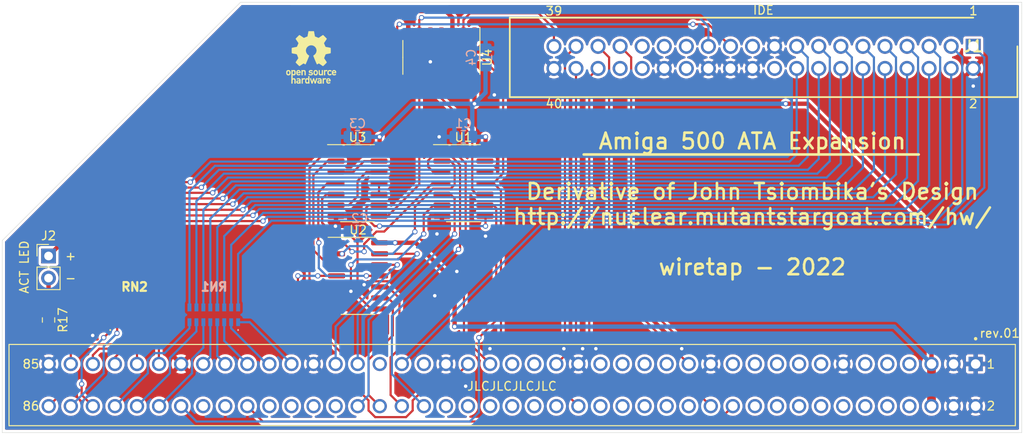
<source format=kicad_pcb>
(kicad_pcb (version 20171130) (host pcbnew "(5.1.6)-1")
  (layers (0 F.Cu signal) (31 B.Cu signal) (34 B.Paste user) (35 F.Paste user) (36 B.SilkS user) (37 F.SilkS user) (38 B.Mask user) (39 F.Mask user) (44 Edge.Cuts user))
  (net 0 "")
  (net 1 /D5)
  (net 2 GND)
  (net 3 /D6)
  (net 4 /D4)
  (net 5 /D7)
  (net 6 /D3)
  (net 7 /D8)
  (net 8 /D2)
  (net 9 /D9)
  (net 10 /D1)
  (net 11 /D10)
  (net 12 /D0)
  (net 13 "Net-(BUS1-Pad74)")
  (net 14 "Net-(BUS1-Pad72)")
  (net 15 /D11)
  (net 16 "Net-(BUS1-Pad70)")
  (net 17 /D12)
  (net 18 "Net-(BUS1-Pad68)")
  (net 19 /D13)
  (net 20 "Net-(BUS1-Pad66)")
  (net 21 /D14)
  (net 22 "Net-(BUS1-Pad64)")
  (net 23 /D15)
  (net 24 "Net-(BUS1-Pad62)")
  (net 25 "Net-(BUS1-Pad60)")
  (net 26 "Net-(BUS1-Pad59)")
  (net 27 "Net-(BUS1-Pad58)")
  (net 28 "Net-(BUS1-Pad57)")
  (net 29 "Net-(BUS1-Pad56)")
  (net 30 "Net-(BUS1-Pad55)")
  (net 31 "Net-(BUS1-Pad54)")
  (net 32 "Net-(BUS1-Pad53)")
  (net 33 "Net-(BUS1-Pad52)")
  (net 34 "Net-(BUS1-Pad51)")
  (net 35 "Net-(BUS1-Pad50)")
  (net 36 "Net-(BUS1-Pad48)")
  (net 37 "Net-(BUS1-Pad47)")
  (net 38 "Net-(BUS1-Pad46)")
  (net 39 "Net-(BUS1-Pad45)")
  (net 40 "Net-(BUS1-Pad44)")
  (net 41 "Net-(BUS1-Pad43)")
  (net 42 "Net-(BUS1-Pad42)")
  (net 43 "Net-(BUS1-Pad41)")
  (net 44 "Net-(BUS1-Pad40)")
  (net 45 /A13)
  (net 46 /A12)
  (net 47 "Net-(BUS1-Pad36)")
  (net 48 "Net-(BUS1-Pad35)")
  (net 49 "Net-(BUS1-Pad34)")
  (net 50 "Net-(BUS1-Pad33)")
  (net 51 "Net-(BUS1-Pad32)")
  (net 52 "Net-(BUS1-Pad31)")
  (net 53 "Net-(BUS1-Pad30)")
  (net 54 "Net-(BUS1-Pad29)")
  (net 55 "Net-(BUS1-Pad28)")
  (net 56 /A2)
  (net 57 /A3)
  (net 58 /A4)
  (net 59 "Net-(BUS1-Pad23)")
  (net 60 "Net-(BUS1-Pad22)")
  (net 61 "Net-(BUS1-Pad21)")
  (net 62 "Net-(BUS1-Pad20)")
  (net 63 "Net-(BUS1-Pad19)")
  (net 64 "Net-(BUS1-Pad18)")
  (net 65 "Net-(BUS1-Pad17)")
  (net 66 "Net-(BUS1-Pad16)")
  (net 67 "Net-(BUS1-Pad15)")
  (net 68 "Net-(BUS1-Pad14)")
  (net 69 "Net-(BUS1-Pad12)")
  (net 70 "Net-(BUS1-Pad11)")
  (net 71 "Net-(BUS1-Pad10)")
  (net 72 "Net-(BUS1-Pad9)")
  (net 73 "Net-(BUS1-Pad8)")
  (net 74 "Net-(BUS1-Pad7)")
  (net 75 +5V)
  (net 76 /IDE7)
  (net 77 /IDE8)
  (net 78 /IDE6)
  (net 79 /IDE9)
  (net 80 /IDE5)
  (net 81 /IDE10)
  (net 82 /IDE4)
  (net 83 /IDE11)
  (net 84 /IDE3)
  (net 85 /IDE12)
  (net 86 /IDE2)
  (net 87 /IDE13)
  (net 88 /IDE1)
  (net 89 /IDE14)
  (net 90 /IDE0)
  (net 91 /IDE15)
  (net 92 "Net-(J1-Pad20)")
  (net 93 "Net-(J1-Pad21)")
  (net 94 "Net-(J1-Pad23)")
  (net 95 "Net-(J1-Pad25)")
  (net 96 "Net-(J1-Pad27)")
  (net 97 "Net-(J1-Pad28)")
  (net 98 "Net-(J1-Pad29)")
  (net 99 "Net-(J1-Pad31)")
  (net 100 "Net-(J1-Pad32)")
  (net 101 "Net-(J1-Pad34)")
  (net 102 "Net-(J1-Pad39)")
  (net 103 "Net-(J2-Pad1)")
  (net 104 "Net-(J2-Pad2)")
  (net 105 "Net-(U1-Pad2)")
  (net 106 "Net-(U1-Pad4)")
  (net 107 "Net-(U1-Pad6)")
  (net 108 "Net-(U1-Pad8)")
  (net 109 "Net-(U1-Pad10)")
  (net 110 "Net-(U1-Pad12)")
  (net 111 "Net-(U1-Pad13)")
  (net 112 "Net-(U2-Pad11)")
  (net 113 "Net-(U2-Pad8)")
  (net 114 "Net-(U2-Pad6)")
  (net 115 "Net-(U2-Pad3)")
  (net 116 "Net-(U3-Pad13)")
  (net 117 "Net-(U3-Pad12)")
  (net 118 "Net-(U3-Pad8)")
  (net 119 "Net-(U3-Pad10)")
  (net 120 "Net-(U4-Pad13)")
  (net 121 "Net-(U4-Pad12)")
  (net 122 "Net-(U4-Pad11)")
  (module Symbol:OSHW-Logo_5.7x6mm_SilkScreen (layer F.Cu) (at 124.46 63.246)
    (fp_text reference REF** hide)
    (fp_text value OSHW-Logo_5.7x6mm_SilkScreen hide)
  )
  (module SamacSys_Parts:TE_1-5530843-0 (layer F.Cu) (at 147.595001 100.960601 180)
    (fp_text reference BUS1 hide)
    (fp_text value A500_SLOT)
    (pad 86 thru_hole circle (at 53.34 -2.4257 180) (size 1.6383 1.6383) (drill 1.0922) (layers *.Cu *.Mask) (net 1 /D5))
    (pad 85 thru_hole circle (at 53.34 2.4257 180) (size 1.6383 1.6383) (drill 1.0922) (layers *.Cu *.Mask) (net 2 GND))
    (pad 84 thru_hole circle (at 50.8 -2.4257 180) (size 1.6383 1.6383) (drill 1.0922) (layers *.Cu *.Mask) (net 3 /D6))
    (pad 83 thru_hole circle (at 50.8 2.4257 180) (size 1.6383 1.6383) (drill 1.0922) (layers *.Cu *.Mask) (net 4 /D4))
    (pad 82 thru_hole circle (at 48.26 -2.4257 180) (size 1.6383 1.6383) (drill 1.0922) (layers *.Cu *.Mask) (net 5 /D7))
    (pad 81 thru_hole circle (at 48.26 2.4257 180) (size 1.6383 1.6383) (drill 1.0922) (layers *.Cu *.Mask) (net 6 /D3))
    (pad 80 thru_hole circle (at 45.72 -2.4257 180) (size 1.6383 1.6383) (drill 1.0922) (layers *.Cu *.Mask) (net 7 /D8))
    (pad 79 thru_hole circle (at 45.72 2.4257 180) (size 1.6383 1.6383) (drill 1.0922) (layers *.Cu *.Mask) (net 8 /D2))
    (pad 78 thru_hole circle (at 43.18 -2.4257 180) (size 1.6383 1.6383) (drill 1.0922) (layers *.Cu *.Mask) (net 9 /D9))
    (pad 77 thru_hole circle (at 43.18 2.4257 180) (size 1.6383 1.6383) (drill 1.0922) (layers *.Cu *.Mask) (net 10 /D1))
    (pad 76 thru_hole circle (at 40.64 -2.4257 180) (size 1.6383 1.6383) (drill 1.0922) (layers *.Cu *.Mask) (net 11 /D10))
    (pad 75 thru_hole circle (at 40.64 2.4257 180) (size 1.6383 1.6383) (drill 1.0922) (layers *.Cu *.Mask) (net 12 /D0))
    (pad 74 thru_hole circle (at 38.1 -2.4257 180) (size 1.6383 1.6383) (drill 1.0922) (layers *.Cu *.Mask) (net 13 "Net-(BUS1-Pad74)"))
    (pad 73 thru_hole circle (at 38.1 2.4257 180) (size 1.6383 1.6383) (drill 1.0922) (layers *.Cu *.Mask) (net 2 GND))
    (pad 72 thru_hole circle (at 35.56 -2.4257 180) (size 1.6383 1.6383) (drill 1.0922) (layers *.Cu *.Mask) (net 14 "Net-(BUS1-Pad72)"))
    (pad 71 thru_hole circle (at 35.56 2.4257 180) (size 1.6383 1.6383) (drill 1.0922) (layers *.Cu *.Mask) (net 15 /D11))
    (pad 70 thru_hole circle (at 33.02 -2.4257 180) (size 1.6383 1.6383) (drill 1.0922) (layers *.Cu *.Mask) (net 16 "Net-(BUS1-Pad70)"))
    (pad 69 thru_hole circle (at 33.02 2.4257 180) (size 1.6383 1.6383) (drill 1.0922) (layers *.Cu *.Mask) (net 17 /D12))
    (pad 68 thru_hole circle (at 30.48 -2.4257 180) (size 1.6383 1.6383) (drill 1.0922) (layers *.Cu *.Mask) (net 18 "Net-(BUS1-Pad68)"))
    (pad 67 thru_hole circle (at 30.48 2.4257 180) (size 1.6383 1.6383) (drill 1.0922) (layers *.Cu *.Mask) (net 19 /D13))
    (pad 66 thru_hole circle (at 27.94 -2.4257 180) (size 1.6383 1.6383) (drill 1.0922) (layers *.Cu *.Mask) (net 20 "Net-(BUS1-Pad66)"))
    (pad 65 thru_hole circle (at 27.94 2.4257 180) (size 1.6383 1.6383) (drill 1.0922) (layers *.Cu *.Mask) (net 21 /D14))
    (pad 64 thru_hole circle (at 25.4 -2.4257 180) (size 1.6383 1.6383) (drill 1.0922) (layers *.Cu *.Mask) (net 22 "Net-(BUS1-Pad64)"))
    (pad 63 thru_hole circle (at 25.4 2.4257 180) (size 1.6383 1.6383) (drill 1.0922) (layers *.Cu *.Mask) (net 23 /D15))
    (pad 62 thru_hole circle (at 22.86 -2.4257 180) (size 1.6383 1.6383) (drill 1.0922) (layers *.Cu *.Mask) (net 24 "Net-(BUS1-Pad62)"))
    (pad 61 thru_hole circle (at 22.86 2.4257 180) (size 1.6383 1.6383) (drill 1.0922) (layers *.Cu *.Mask) (net 2 GND))
    (pad 60 thru_hole circle (at 20.32 -2.4257 180) (size 1.6383 1.6383) (drill 1.0922) (layers *.Cu *.Mask) (net 25 "Net-(BUS1-Pad60)"))
    (pad 59 thru_hole circle (at 20.32 2.4257 180) (size 1.6383 1.6383) (drill 1.0922) (layers *.Cu *.Mask) (net 26 "Net-(BUS1-Pad59)"))
    (pad 58 thru_hole circle (at 17.78 -2.4257 180) (size 1.6383 1.6383) (drill 1.0922) (layers *.Cu *.Mask) (net 27 "Net-(BUS1-Pad58)"))
    (pad 57 thru_hole circle (at 17.78 2.4257 180) (size 1.6383 1.6383) (drill 1.0922) (layers *.Cu *.Mask) (net 28 "Net-(BUS1-Pad57)"))
    (pad 56 thru_hole circle (at 15.24 -2.4257 180) (size 1.6383 1.6383) (drill 1.0922) (layers *.Cu *.Mask) (net 29 "Net-(BUS1-Pad56)"))
    (pad 55 thru_hole circle (at 15.24 2.4257 180) (size 1.6383 1.6383) (drill 1.0922) (layers *.Cu *.Mask) (net 30 "Net-(BUS1-Pad55)"))
    (pad 54 thru_hole circle (at 12.7 -2.4257 180) (size 1.6383 1.6383) (drill 1.0922) (layers *.Cu *.Mask) (net 31 "Net-(BUS1-Pad54)"))
    (pad 53 thru_hole circle (at 12.7 2.4257 180) (size 1.6383 1.6383) (drill 1.0922) (layers *.Cu *.Mask) (net 32 "Net-(BUS1-Pad53)"))
    (pad 52 thru_hole circle (at 10.16 -2.4257 180) (size 1.6383 1.6383) (drill 1.0922) (layers *.Cu *.Mask) (net 33 "Net-(BUS1-Pad52)"))
    (pad 51 thru_hole circle (at 10.16 2.4257 180) (size 1.6383 1.6383) (drill 1.0922) (layers *.Cu *.Mask) (net 34 "Net-(BUS1-Pad51)"))
    (pad 50 thru_hole circle (at 7.62 -2.4257 180) (size 1.6383 1.6383) (drill 1.0922) (layers *.Cu *.Mask) (net 35 "Net-(BUS1-Pad50)"))
    (pad 49 thru_hole circle (at 7.62 2.4257 180) (size 1.6383 1.6383) (drill 1.0922) (layers *.Cu *.Mask) (net 2 GND))
    (pad 48 thru_hole circle (at 5.08 -2.4257 180) (size 1.6383 1.6383) (drill 1.0922) (layers *.Cu *.Mask) (net 36 "Net-(BUS1-Pad48)"))
    (pad 47 thru_hole circle (at 5.08 2.4257 180) (size 1.6383 1.6383) (drill 1.0922) (layers *.Cu *.Mask) (net 37 "Net-(BUS1-Pad47)"))
    (pad 46 thru_hole circle (at 2.54 -2.4257 180) (size 1.6383 1.6383) (drill 1.0922) (layers *.Cu *.Mask) (net 38 "Net-(BUS1-Pad46)"))
    (pad 45 thru_hole circle (at 2.54 2.4257 180) (size 1.6383 1.6383) (drill 1.0922) (layers *.Cu *.Mask) (net 39 "Net-(BUS1-Pad45)"))
    (pad 44 thru_hole circle (at 0 -2.4257 180) (size 1.6383 1.6383) (drill 1.0922) (layers *.Cu *.Mask) (net 40 "Net-(BUS1-Pad44)"))
    (pad 43 thru_hole circle (at 0 2.4257 180) (size 1.6383 1.6383) (drill 1.0922) (layers *.Cu *.Mask) (net 41 "Net-(BUS1-Pad43)"))
    (pad 42 thru_hole circle (at -2.54 -2.4257 180) (size 1.6383 1.6383) (drill 1.0922) (layers *.Cu *.Mask) (net 42 "Net-(BUS1-Pad42)"))
    (pad 41 thru_hole circle (at -2.54 2.4257 180) (size 1.6383 1.6383) (drill 1.0922) (layers *.Cu *.Mask) (net 43 "Net-(BUS1-Pad41)"))
    (pad 40 thru_hole circle (at -5.08 -2.4257 180) (size 1.6383 1.6383) (drill 1.0922) (layers *.Cu *.Mask) (net 44 "Net-(BUS1-Pad40)"))
    (pad 39 thru_hole circle (at -5.08 2.4257 180) (size 1.6383 1.6383) (drill 1.0922) (layers *.Cu *.Mask) (net 45 /A13))
    (pad 38 thru_hole circle (at -7.62 -2.4257 180) (size 1.6383 1.6383) (drill 1.0922) (layers *.Cu *.Mask) (net 46 /A12))
    (pad 37 thru_hole circle (at -7.62 2.4257 180) (size 1.6383 1.6383) (drill 1.0922) (layers *.Cu *.Mask) (net 2 GND))
    (pad 36 thru_hole circle (at -10.16 -2.4257 180) (size 1.6383 1.6383) (drill 1.0922) (layers *.Cu *.Mask) (net 47 "Net-(BUS1-Pad36)"))
    (pad 35 thru_hole circle (at -10.16 2.4257 180) (size 1.6383 1.6383) (drill 1.0922) (layers *.Cu *.Mask) (net 48 "Net-(BUS1-Pad35)"))
    (pad 34 thru_hole circle (at -12.7 -2.4257 180) (size 1.6383 1.6383) (drill 1.0922) (layers *.Cu *.Mask) (net 49 "Net-(BUS1-Pad34)"))
    (pad 33 thru_hole circle (at -12.7 2.4257 180) (size 1.6383 1.6383) (drill 1.0922) (layers *.Cu *.Mask) (net 50 "Net-(BUS1-Pad33)"))
    (pad 32 thru_hole circle (at -15.24 -2.4257 180) (size 1.6383 1.6383) (drill 1.0922) (layers *.Cu *.Mask) (net 51 "Net-(BUS1-Pad32)"))
    (pad 31 thru_hole circle (at -15.24 2.4257 180) (size 1.6383 1.6383) (drill 1.0922) (layers *.Cu *.Mask) (net 52 "Net-(BUS1-Pad31)"))
    (pad 30 thru_hole circle (at -17.78 -2.4257 180) (size 1.6383 1.6383) (drill 1.0922) (layers *.Cu *.Mask) (net 53 "Net-(BUS1-Pad30)"))
    (pad 29 thru_hole circle (at -17.78 2.4257 180) (size 1.6383 1.6383) (drill 1.0922) (layers *.Cu *.Mask) (net 54 "Net-(BUS1-Pad29)"))
    (pad 28 thru_hole circle (at -20.32 -2.4257 180) (size 1.6383 1.6383) (drill 1.0922) (layers *.Cu *.Mask) (net 55 "Net-(BUS1-Pad28)"))
    (pad 27 thru_hole circle (at -20.32 2.4257 180) (size 1.6383 1.6383) (drill 1.0922) (layers *.Cu *.Mask) (net 56 /A2))
    (pad 26 thru_hole circle (at -22.86 -2.4257 180) (size 1.6383 1.6383) (drill 1.0922) (layers *.Cu *.Mask) (net 57 /A3))
    (pad 25 thru_hole circle (at -22.86 2.4257 180) (size 1.6383 1.6383) (drill 1.0922) (layers *.Cu *.Mask) (net 2 GND))
    (pad 24 thru_hole circle (at -25.4 -2.4257 180) (size 1.6383 1.6383) (drill 1.0922) (layers *.Cu *.Mask) (net 58 /A4))
    (pad 23 thru_hole circle (at -25.4 2.4257 180) (size 1.6383 1.6383) (drill 1.0922) (layers *.Cu *.Mask) (net 59 "Net-(BUS1-Pad23)"))
    (pad 22 thru_hole circle (at -27.94 -2.4257 180) (size 1.6383 1.6383) (drill 1.0922) (layers *.Cu *.Mask) (net 60 "Net-(BUS1-Pad22)"))
    (pad 21 thru_hole circle (at -27.94 2.4257 180) (size 1.6383 1.6383) (drill 1.0922) (layers *.Cu *.Mask) (net 61 "Net-(BUS1-Pad21)"))
    (pad 20 thru_hole circle (at -30.48 -2.4257 180) (size 1.6383 1.6383) (drill 1.0922) (layers *.Cu *.Mask) (net 62 "Net-(BUS1-Pad20)"))
    (pad 19 thru_hole circle (at -30.48 2.4257 180) (size 1.6383 1.6383) (drill 1.0922) (layers *.Cu *.Mask) (net 63 "Net-(BUS1-Pad19)"))
    (pad 18 thru_hole circle (at -33.02 -2.4257 180) (size 1.6383 1.6383) (drill 1.0922) (layers *.Cu *.Mask) (net 64 "Net-(BUS1-Pad18)"))
    (pad 17 thru_hole circle (at -33.02 2.4257 180) (size 1.6383 1.6383) (drill 1.0922) (layers *.Cu *.Mask) (net 65 "Net-(BUS1-Pad17)"))
    (pad 16 thru_hole circle (at -35.56 -2.4257 180) (size 1.6383 1.6383) (drill 1.0922) (layers *.Cu *.Mask) (net 66 "Net-(BUS1-Pad16)"))
    (pad 15 thru_hole circle (at -35.56 2.4257 180) (size 1.6383 1.6383) (drill 1.0922) (layers *.Cu *.Mask) (net 67 "Net-(BUS1-Pad15)"))
    (pad 14 thru_hole circle (at -38.1 -2.4257 180) (size 1.6383 1.6383) (drill 1.0922) (layers *.Cu *.Mask) (net 68 "Net-(BUS1-Pad14)"))
    (pad 13 thru_hole circle (at -38.1 2.4257 180) (size 1.6383 1.6383) (drill 1.0922) (layers *.Cu *.Mask) (net 2 GND))
    (pad 12 thru_hole circle (at -40.64 -2.4257 180) (size 1.6383 1.6383) (drill 1.0922) (layers *.Cu *.Mask) (net 69 "Net-(BUS1-Pad12)"))
    (pad 11 thru_hole circle (at -40.64 2.4257 180) (size 1.6383 1.6383) (drill 1.0922) (layers *.Cu *.Mask) (net 70 "Net-(BUS1-Pad11)"))
    (pad 10 thru_hole circle (at -43.18 -2.4257 180) (size 1.6383 1.6383) (drill 1.0922) (layers *.Cu *.Mask) (net 71 "Net-(BUS1-Pad10)"))
    (pad 9 thru_hole circle (at -43.18 2.4257 180) (size 1.6383 1.6383) (drill 1.0922) (layers *.Cu *.Mask) (net 72 "Net-(BUS1-Pad9)"))
    (pad 8 thru_hole circle (at -45.72 -2.4257 180) (size 1.6383 1.6383) (drill 1.0922) (layers *.Cu *.Mask) (net 73 "Net-(BUS1-Pad8)"))
    (pad 7 thru_hole circle (at -45.72 2.4257 180) (size 1.6383 1.6383) (drill 1.0922) (layers *.Cu *.Mask) (net 74 "Net-(BUS1-Pad7)"))
    (pad 6 thru_hole circle (at -48.26 -2.4257 180) (size 1.6383 1.6383) (drill 1.0922) (layers *.Cu *.Mask) (net 75 +5V))
    (pad 5 thru_hole circle (at -48.26 2.4257 180) (size 1.6383 1.6383) (drill 1.0922) (layers *.Cu *.Mask) (net 75 +5V))
    (pad 4 thru_hole circle (at -50.8 -2.4257 180) (size 1.6383 1.6383) (drill 1.0922) (layers *.Cu *.Mask) (net 2 GND))
    (pad 3 thru_hole circle (at -50.8 2.4257 180) (size 1.6383 1.6383) (drill 1.0922) (layers *.Cu *.Mask) (net 2 GND))
    (pad 2 thru_hole circle (at -53.34 -2.4257 180) (size 1.6383 1.6383) (drill 1.0922) (layers *.Cu *.Mask) (net 2 GND))
    (pad 1 thru_hole rect (at -53.34 2.4257 180) (size 1.6383 1.6383) (drill 1.0922) (layers *.Cu *.Mask) (net 2 GND))
  )
  (module Capacitor_SMD:C_0805_2012Metric_Pad1.15x1.40mm_HandSolder (layer B.Cu) (at 141.977 72.39)
    (fp_text reference C1 (at 0.009 -1.524 180) (layer B.SilkS) (effects (justify mirror)))
    (fp_text value C_Small)
    (pad 1 smd roundrect (at -1.025 0) (size 1.15 1.4) (layers B.Cu B.Paste B.Mask) (roundrect_rratio 0.217391) (net 2 GND))
    (pad 2 smd roundrect (at 1.025 0) (size 1.15 1.4) (layers B.Cu B.Paste B.Mask) (roundrect_rratio 0.217391) (net 75 +5V))
  )
  (module Capacitor_SMD:C_0805_2012Metric_Pad1.15x1.40mm_HandSolder (layer B.Cu) (at 129.785 83.312)
    (fp_text reference C2 (at 0.254 -1.524) (layer B.SilkS) (effects (justify mirror)))
    (fp_text value C_Small)
    (pad 2 smd roundrect (at 1.025 0) (size 1.15 1.4) (layers B.Cu B.Paste B.Mask) (roundrect_rratio 0.217391) (net 75 +5V))
    (pad 1 smd roundrect (at -1.025 0) (size 1.15 1.4) (layers B.Cu B.Paste B.Mask) (roundrect_rratio 0.217391) (net 2 GND))
  )
  (module Capacitor_SMD:C_0805_2012Metric_Pad1.15x1.40mm_HandSolder (layer B.Cu) (at 129.794 72.39)
    (fp_text reference C3 (at 0 -1.524) (layer B.SilkS) (effects (justify mirror)))
    (fp_text value C_Small)
    (pad 1 smd roundrect (at -1.025 0) (size 1.15 1.4) (layers B.Cu B.Paste B.Mask) (roundrect_rratio 0.217391) (net 2 GND))
    (pad 2 smd roundrect (at 1.025 0) (size 1.15 1.4) (layers B.Cu B.Paste B.Mask) (roundrect_rratio 0.217391) (net 75 +5V))
  )
  (module Capacitor_SMD:C_0805_2012Metric_Pad1.15x1.40mm_HandSolder (layer B.Cu) (at 144.526 63.246 270)
    (fp_text reference C4 (at 0 1.65 90) (layer B.SilkS) (effects (justify mirror)))
    (fp_text value C_Small)
    (pad 2 smd roundrect (at 1.025 0 270) (size 1.15 1.4) (layers B.Cu B.Paste B.Mask) (roundrect_rratio 0.217391) (net 75 +5V))
    (pad 1 smd roundrect (at -1.025 0 270) (size 1.15 1.4) (layers B.Cu B.Paste B.Mask) (roundrect_rratio 0.217391) (net 2 GND))
  )
  (module SHDR40W66P254_2X20_5829X914X986P (layer F.Cu) (at 200.66 61.976)
    (fp_text reference J1 (at 0 0) (layer F.SilkS) (effects (font (size 1.27 1.27) (thickness 0.254))))
    (fp_text value 5103308-8 hide)
    (pad 1 thru_hole rect (at 0 0) (size 1.725 1.725) (drill 1.15) (layers *.Cu *.Mask) (net 32 "Net-(BUS1-Pad53)"))
    (pad 2 thru_hole circle (at 0 2.54) (size 1.725 1.725) (drill 1.15) (layers *.Cu *.Mask) (net 2 GND))
    (pad 3 thru_hole circle (at -2.54 0) (size 1.725 1.725) (drill 1.15) (layers *.Cu *.Mask) (net 76 /IDE7))
    (pad 4 thru_hole circle (at -2.54 2.54) (size 1.725 1.725) (drill 1.15) (layers *.Cu *.Mask) (net 77 /IDE8))
    (pad 5 thru_hole circle (at -5.08 0) (size 1.725 1.725) (drill 1.15) (layers *.Cu *.Mask) (net 78 /IDE6))
    (pad 6 thru_hole circle (at -5.08 2.54) (size 1.725 1.725) (drill 1.15) (layers *.Cu *.Mask) (net 79 /IDE9))
    (pad 7 thru_hole circle (at -7.62 0) (size 1.725 1.725) (drill 1.15) (layers *.Cu *.Mask) (net 80 /IDE5))
    (pad 8 thru_hole circle (at -7.62 2.54) (size 1.725 1.725) (drill 1.15) (layers *.Cu *.Mask) (net 81 /IDE10))
    (pad 9 thru_hole circle (at -10.16 0) (size 1.725 1.725) (drill 1.15) (layers *.Cu *.Mask) (net 82 /IDE4))
    (pad 10 thru_hole circle (at -10.16 2.54) (size 1.725 1.725) (drill 1.15) (layers *.Cu *.Mask) (net 83 /IDE11))
    (pad 11 thru_hole circle (at -12.7 0) (size 1.725 1.725) (drill 1.15) (layers *.Cu *.Mask) (net 84 /IDE3))
    (pad 12 thru_hole circle (at -12.7 2.54) (size 1.725 1.725) (drill 1.15) (layers *.Cu *.Mask) (net 85 /IDE12))
    (pad 13 thru_hole circle (at -15.24 0) (size 1.725 1.725) (drill 1.15) (layers *.Cu *.Mask) (net 86 /IDE2))
    (pad 14 thru_hole circle (at -15.24 2.54) (size 1.725 1.725) (drill 1.15) (layers *.Cu *.Mask) (net 87 /IDE13))
    (pad 15 thru_hole circle (at -17.78 0) (size 1.725 1.725) (drill 1.15) (layers *.Cu *.Mask) (net 88 /IDE1))
    (pad 16 thru_hole circle (at -17.78 2.54) (size 1.725 1.725) (drill 1.15) (layers *.Cu *.Mask) (net 89 /IDE14))
    (pad 17 thru_hole circle (at -20.32 0) (size 1.725 1.725) (drill 1.15) (layers *.Cu *.Mask) (net 90 /IDE0))
    (pad 18 thru_hole circle (at -20.32 2.54) (size 1.725 1.725) (drill 1.15) (layers *.Cu *.Mask) (net 91 /IDE15))
    (pad 19 thru_hole circle (at -22.86 0) (size 1.725 1.725) (drill 1.15) (layers *.Cu *.Mask) (net 2 GND))
    (pad 20 thru_hole circle (at -22.86 2.54) (size 1.725 1.725) (drill 1.15) (layers *.Cu *.Mask) (net 92 "Net-(J1-Pad20)"))
    (pad 21 thru_hole circle (at -25.4 0) (size 1.725 1.725) (drill 1.15) (layers *.Cu *.Mask) (net 93 "Net-(J1-Pad21)"))
    (pad 22 thru_hole circle (at -25.4 2.54) (size 1.725 1.725) (drill 1.15) (layers *.Cu *.Mask) (net 2 GND))
    (pad 23 thru_hole circle (at -27.94 0) (size 1.725 1.725) (drill 1.15) (layers *.Cu *.Mask) (net 94 "Net-(J1-Pad23)"))
    (pad 24 thru_hole circle (at -27.94 2.54) (size 1.725 1.725) (drill 1.15) (layers *.Cu *.Mask) (net 2 GND))
    (pad 25 thru_hole circle (at -30.48 0) (size 1.725 1.725) (drill 1.15) (layers *.Cu *.Mask) (net 95 "Net-(J1-Pad25)"))
    (pad 26 thru_hole circle (at -30.48 2.54) (size 1.725 1.725) (drill 1.15) (layers *.Cu *.Mask) (net 2 GND))
    (pad 27 thru_hole circle (at -33.02 0) (size 1.725 1.725) (drill 1.15) (layers *.Cu *.Mask) (net 96 "Net-(J1-Pad27)"))
    (pad 28 thru_hole circle (at -33.02 2.54) (size 1.725 1.725) (drill 1.15) (layers *.Cu *.Mask) (net 97 "Net-(J1-Pad28)"))
    (pad 29 thru_hole circle (at -35.56 0) (size 1.725 1.725) (drill 1.15) (layers *.Cu *.Mask) (net 98 "Net-(J1-Pad29)"))
    (pad 30 thru_hole circle (at -35.56 2.54) (size 1.725 1.725) (drill 1.15) (layers *.Cu *.Mask) (net 2 GND))
    (pad 31 thru_hole circle (at -38.1 0) (size 1.725 1.725) (drill 1.15) (layers *.Cu *.Mask) (net 99 "Net-(J1-Pad31)"))
    (pad 32 thru_hole circle (at -38.1 2.54) (size 1.725 1.725) (drill 1.15) (layers *.Cu *.Mask) (net 100 "Net-(J1-Pad32)"))
    (pad 33 thru_hole circle (at -40.64 0) (size 1.725 1.725) (drill 1.15) (layers *.Cu *.Mask) (net 57 /A3))
    (pad 34 thru_hole circle (at -40.64 2.54) (size 1.725 1.725) (drill 1.15) (layers *.Cu *.Mask) (net 101 "Net-(J1-Pad34)"))
    (pad 35 thru_hole circle (at -43.18 0) (size 1.725 1.725) (drill 1.15) (layers *.Cu *.Mask) (net 56 /A2))
    (pad 36 thru_hole circle (at -43.18 2.54) (size 1.725 1.725) (drill 1.15) (layers *.Cu *.Mask) (net 58 /A4))
    (pad 37 thru_hole circle (at -45.72 0) (size 1.725 1.725) (drill 1.15) (layers *.Cu *.Mask) (net 46 /A12))
    (pad 38 thru_hole circle (at -45.72 2.54) (size 1.725 1.725) (drill 1.15) (layers *.Cu *.Mask) (net 45 /A13))
    (pad 39 thru_hole circle (at -48.26 0) (size 1.725 1.725) (drill 1.15) (layers *.Cu *.Mask) (net 102 "Net-(J1-Pad39)"))
    (pad 40 thru_hole circle (at -48.26 2.54) (size 1.725 1.725) (drill 1.15) (layers *.Cu *.Mask) (net 2 GND))
  )
  (module Connector_PinHeader_2.54mm:PinHeader_1x02_P2.54mm_Vertical (layer F.Cu) (at 94.234 86.106)
    (fp_text reference J2 (at 0 -2.33) (layer F.SilkS))
    (fp_text value Conn_01x02)
    (pad 1 thru_hole rect (at 0 0) (size 1.7 1.7) (drill 1) (layers *.Cu *.Mask) (net 103 "Net-(J2-Pad1)"))
    (pad 2 thru_hole oval (at 0 2.54) (size 1.7 1.7) (drill 1) (layers *.Cu *.Mask) (net 104 "Net-(J2-Pad2)"))
  )
  (module Resistor_SMD:R_0805_2012Metric_Pad1.15x1.40mm_HandSolder (layer F.Cu) (at 94.234 93.472 270)
    (fp_text reference R17 (at 0 -1.65 90) (layer F.SilkS))
    (fp_text value 330)
    (pad 1 smd roundrect (at -1.025 0 270) (size 1.15 1.4) (layers F.Cu F.Paste F.Mask) (roundrect_rratio 0.217391) (net 104 "Net-(J2-Pad2)"))
    (pad 2 smd roundrect (at 1.025 0 270) (size 1.15 1.4) (layers F.Cu F.Paste F.Mask) (roundrect_rratio 0.217391) (net 2 GND))
  )
  (module 742C163680JP (layer B.Cu) (at 113.252 92.876 180)
    (fp_text reference RN1 (at -0.032 3.214) (layer B.SilkS) (effects (font (thickness 0.25)) (justify mirror)))
    (fp_text value 742C163680JP hide)
    (pad 1 smd rect (at -2.8 -0.85 180) (size 0.45 0.9) (layers B.Cu B.Paste B.Mask) (net 23 /D15))
    (pad 2 smd rect (at -2 -0.85 180) (size 0.45 0.9) (layers B.Cu B.Paste B.Mask) (net 21 /D14))
    (pad 3 smd rect (at -1.2 -0.85 180) (size 0.45 0.9) (layers B.Cu B.Paste B.Mask) (net 19 /D13))
    (pad 4 smd rect (at -0.4 -0.85 180) (size 0.45 0.9) (layers B.Cu B.Paste B.Mask) (net 17 /D12))
    (pad 5 smd rect (at 0.4 -0.85 180) (size 0.45 0.9) (layers B.Cu B.Paste B.Mask) (net 15 /D11))
    (pad 6 smd rect (at 1.2 -0.85 180) (size 0.45 0.9) (layers B.Cu B.Paste B.Mask) (net 11 /D10))
    (pad 7 smd rect (at 2 -0.85 180) (size 0.45 0.9) (layers B.Cu B.Paste B.Mask) (net 9 /D9))
    (pad 8 smd rect (at 2.8 -0.85 180) (size 0.45 0.9) (layers B.Cu B.Paste B.Mask) (net 7 /D8))
    (pad 9 smd rect (at 2.8 0.85 180) (size 0.45 0.9) (layers B.Cu B.Paste B.Mask) (net 90 /IDE0))
    (pad 10 smd rect (at 2 0.85 180) (size 0.45 0.9) (layers B.Cu B.Paste B.Mask) (net 88 /IDE1))
    (pad 11 smd rect (at 1.2 0.85 180) (size 0.45 0.9) (layers B.Cu B.Paste B.Mask) (net 86 /IDE2))
    (pad 12 smd rect (at 0.4 0.85 180) (size 0.45 0.9) (layers B.Cu B.Paste B.Mask) (net 84 /IDE3))
    (pad 13 smd rect (at -0.4 0.85 180) (size 0.45 0.9) (layers B.Cu B.Paste B.Mask) (net 82 /IDE4))
    (pad 14 smd rect (at -1.2 0.85 180) (size 0.45 0.9) (layers B.Cu B.Paste B.Mask) (net 80 /IDE5))
    (pad 15 smd rect (at -2 0.85 180) (size 0.45 0.9) (layers B.Cu B.Paste B.Mask) (net 78 /IDE6))
    (pad 16 smd rect (at -2.8 0.85 180) (size 0.45 0.9) (layers B.Cu B.Paste B.Mask) (net 76 /IDE7))
  )
  (module 742C163680JP (layer F.Cu) (at 104.134 92.876)
    (fp_text reference RN2 (at 0 -3.214) (layer F.SilkS) (effects (font (thickness 0.25))))
    (fp_text value 742C163680JP hide)
    (pad 16 smd rect (at -2.8 -0.85) (size 0.45 0.9) (layers F.Cu F.Paste F.Mask) (net 91 /IDE15))
    (pad 15 smd rect (at -2 -0.85) (size 0.45 0.9) (layers F.Cu F.Paste F.Mask) (net 89 /IDE14))
    (pad 14 smd rect (at -1.2 -0.85) (size 0.45 0.9) (layers F.Cu F.Paste F.Mask) (net 87 /IDE13))
    (pad 13 smd rect (at -0.4 -0.85) (size 0.45 0.9) (layers F.Cu F.Paste F.Mask) (net 85 /IDE12))
    (pad 12 smd rect (at 0.4 -0.85) (size 0.45 0.9) (layers F.Cu F.Paste F.Mask) (net 83 /IDE11))
    (pad 11 smd rect (at 1.2 -0.85) (size 0.45 0.9) (layers F.Cu F.Paste F.Mask) (net 81 /IDE10))
    (pad 10 smd rect (at 2 -0.85) (size 0.45 0.9) (layers F.Cu F.Paste F.Mask) (net 79 /IDE9))
    (pad 9 smd rect (at 2.8 -0.85) (size 0.45 0.9) (layers F.Cu F.Paste F.Mask) (net 77 /IDE8))
    (pad 8 smd rect (at 2.8 0.85) (size 0.45 0.9) (layers F.Cu F.Paste F.Mask) (net 12 /D0))
    (pad 7 smd rect (at 2 0.85) (size 0.45 0.9) (layers F.Cu F.Paste F.Mask) (net 10 /D1))
    (pad 6 smd rect (at 1.2 0.85) (size 0.45 0.9) (layers F.Cu F.Paste F.Mask) (net 8 /D2))
    (pad 5 smd rect (at 0.4 0.85) (size 0.45 0.9) (layers F.Cu F.Paste F.Mask) (net 6 /D3))
    (pad 4 smd rect (at -0.4 0.85) (size 0.45 0.9) (layers F.Cu F.Paste F.Mask) (net 4 /D4))
    (pad 3 smd rect (at -1.2 0.85) (size 0.45 0.9) (layers F.Cu F.Paste F.Mask) (net 1 /D5))
    (pad 2 smd rect (at -2 0.85) (size 0.45 0.9) (layers F.Cu F.Paste F.Mask) (net 3 /D6))
    (pad 1 smd rect (at -2.8 0.85) (size 0.45 0.9) (layers F.Cu F.Paste F.Mask) (net 5 /D7))
  )
  (module Package_SO:SOIC-14_3.9x8.7mm_P1.27mm (layer F.Cu) (at 141.986 77.724)
    (fp_text reference U1 (at 0 -5.28) (layer F.SilkS))
    (fp_text value 74HCT04)
    (pad 1 smd roundrect (at -2.475 -3.81) (size 1.95 0.6) (layers F.Cu F.Paste F.Mask) (net 39 "Net-(BUS1-Pad45)"))
    (pad 2 smd roundrect (at -2.475 -2.54) (size 1.95 0.6) (layers F.Cu F.Paste F.Mask) (net 105 "Net-(U1-Pad2)"))
    (pad 3 smd roundrect (at -2.475 -1.27) (size 1.95 0.6) (layers F.Cu F.Paste F.Mask) (net 33 "Net-(BUS1-Pad52)"))
    (pad 4 smd roundrect (at -2.475 0) (size 1.95 0.6) (layers F.Cu F.Paste F.Mask) (net 106 "Net-(U1-Pad4)"))
    (pad 5 smd roundrect (at -2.475 1.27) (size 1.95 0.6) (layers F.Cu F.Paste F.Mask) (net 27 "Net-(BUS1-Pad58)"))
    (pad 6 smd roundrect (at -2.475 2.54) (size 1.95 0.6) (layers F.Cu F.Paste F.Mask) (net 107 "Net-(U1-Pad6)"))
    (pad 7 smd roundrect (at -2.475 3.81) (size 1.95 0.6) (layers F.Cu F.Paste F.Mask) (net 2 GND))
    (pad 8 smd roundrect (at 2.475 3.81) (size 1.95 0.6) (layers F.Cu F.Paste F.Mask) (net 108 "Net-(U1-Pad8)"))
    (pad 9 smd roundrect (at 2.475 2.54) (size 1.95 0.6) (layers F.Cu F.Paste F.Mask) (net 13 "Net-(BUS1-Pad74)"))
    (pad 10 smd roundrect (at 2.475 1.27) (size 1.95 0.6) (layers F.Cu F.Paste F.Mask) (net 109 "Net-(U1-Pad10)"))
    (pad 11 smd roundrect (at 2.475 0) (size 1.95 0.6) (layers F.Cu F.Paste F.Mask) (net 18 "Net-(BUS1-Pad68)"))
    (pad 12 smd roundrect (at 2.475 -1.27) (size 1.95 0.6) (layers F.Cu F.Paste F.Mask) (net 110 "Net-(U1-Pad12)"))
    (pad 13 smd roundrect (at 2.475 -2.54) (size 1.95 0.6) (layers F.Cu F.Paste F.Mask) (net 111 "Net-(U1-Pad13)"))
    (pad 14 smd roundrect (at 2.475 -3.81) (size 1.95 0.6) (layers F.Cu F.Paste F.Mask) (net 75 +5V))
  )
  (module Package_SO:SOIC-14_3.9x8.7mm_P1.27mm (layer F.Cu) (at 129.859 88.392)
    (fp_text reference U2 (at 0 -5.28) (layer F.SilkS))
    (fp_text value 74LS08)
    (pad 14 smd roundrect (at 2.475 -3.81) (size 1.95 0.6) (layers F.Cu F.Paste F.Mask) (net 75 +5V))
    (pad 13 smd roundrect (at 2.475 -2.54) (size 1.95 0.6) (layers F.Cu F.Paste F.Mask) (net 28 "Net-(BUS1-Pad57)"))
    (pad 12 smd roundrect (at 2.475 -1.27) (size 1.95 0.6) (layers F.Cu F.Paste F.Mask) (net 26 "Net-(BUS1-Pad59)"))
    (pad 11 smd roundrect (at 2.475 0) (size 1.95 0.6) (layers F.Cu F.Paste F.Mask) (net 112 "Net-(U2-Pad11)"))
    (pad 10 smd roundrect (at 2.475 1.27) (size 1.95 0.6) (layers F.Cu F.Paste F.Mask) (net 31 "Net-(BUS1-Pad54)"))
    (pad 9 smd roundrect (at 2.475 2.54) (size 1.95 0.6) (layers F.Cu F.Paste F.Mask) (net 29 "Net-(BUS1-Pad56)"))
    (pad 8 smd roundrect (at 2.475 3.81) (size 1.95 0.6) (layers F.Cu F.Paste F.Mask) (net 113 "Net-(U2-Pad8)"))
    (pad 7 smd roundrect (at -2.475 3.81) (size 1.95 0.6) (layers F.Cu F.Paste F.Mask) (net 2 GND))
    (pad 6 smd roundrect (at -2.475 2.54) (size 1.95 0.6) (layers F.Cu F.Paste F.Mask) (net 114 "Net-(U2-Pad6)"))
    (pad 5 smd roundrect (at -2.475 1.27) (size 1.95 0.6) (layers F.Cu F.Paste F.Mask) (net 107 "Net-(U1-Pad6)"))
    (pad 4 smd roundrect (at -2.475 0) (size 1.95 0.6) (layers F.Cu F.Paste F.Mask) (net 37 "Net-(BUS1-Pad47)"))
    (pad 3 smd roundrect (at -2.475 -1.27) (size 1.95 0.6) (layers F.Cu F.Paste F.Mask) (net 115 "Net-(U2-Pad3)"))
    (pad 2 smd roundrect (at -2.475 -2.54) (size 1.95 0.6) (layers F.Cu F.Paste F.Mask) (net 105 "Net-(U1-Pad2)"))
    (pad 1 smd roundrect (at -2.475 -3.81) (size 1.95 0.6) (layers F.Cu F.Paste F.Mask) (net 106 "Net-(U1-Pad4)"))
  )
  (module Package_SO:SOIC-14_3.9x8.7mm_P1.27mm (layer F.Cu) (at 129.794 77.724)
    (fp_text reference U3 (at 0 -5.28) (layer F.SilkS))
    (fp_text value 74LS08)
    (pad 1 smd roundrect (at -2.475 -3.81) (size 1.95 0.6) (layers F.Cu F.Paste F.Mask) (net 114 "Net-(U2-Pad6)"))
    (pad 2 smd roundrect (at -2.475 -2.54) (size 1.95 0.6) (layers F.Cu F.Paste F.Mask) (net 115 "Net-(U2-Pad3)"))
    (pad 3 smd roundrect (at -2.475 -1.27) (size 1.95 0.6) (layers F.Cu F.Paste F.Mask) (net 116 "Net-(U3-Pad13)"))
    (pad 4 smd roundrect (at -2.475 0) (size 1.95 0.6) (layers F.Cu F.Paste F.Mask) (net 112 "Net-(U2-Pad11)"))
    (pad 5 smd roundrect (at -2.475 1.27) (size 1.95 0.6) (layers F.Cu F.Paste F.Mask) (net 113 "Net-(U2-Pad8)"))
    (pad 6 smd roundrect (at -2.475 2.54) (size 1.95 0.6) (layers F.Cu F.Paste F.Mask) (net 117 "Net-(U3-Pad12)"))
    (pad 7 smd roundrect (at -2.475 3.81) (size 1.95 0.6) (layers F.Cu F.Paste F.Mask) (net 2 GND))
    (pad 8 smd roundrect (at 2.475 3.81) (size 1.95 0.6) (layers F.Cu F.Paste F.Mask) (net 118 "Net-(U3-Pad8)"))
    (pad 9 smd roundrect (at 2.475 2.54) (size 1.95 0.6) (layers F.Cu F.Paste F.Mask) (net 108 "Net-(U1-Pad8)"))
    (pad 10 smd roundrect (at 2.475 1.27) (size 1.95 0.6) (layers F.Cu F.Paste F.Mask) (net 119 "Net-(U3-Pad10)"))
    (pad 11 smd roundrect (at 2.475 0) (size 1.95 0.6) (layers F.Cu F.Paste F.Mask) (net 119 "Net-(U3-Pad10)"))
    (pad 12 smd roundrect (at 2.475 -1.27) (size 1.95 0.6) (layers F.Cu F.Paste F.Mask) (net 117 "Net-(U3-Pad12)"))
    (pad 13 smd roundrect (at 2.475 -2.54) (size 1.95 0.6) (layers F.Cu F.Paste F.Mask) (net 116 "Net-(U3-Pad13)"))
    (pad 14 smd roundrect (at 2.475 -3.81) (size 1.95 0.6) (layers F.Cu F.Paste F.Mask) (net 75 +5V))
  )
  (module Package_SO:SOIC-14_3.9x8.7mm_P1.27mm (layer F.Cu) (at 139.446 63.246 270)
    (fp_text reference U4 (at 0 -5.28 90) (layer F.SilkS))
    (fp_text value 74HCT00)
    (pad 14 smd roundrect (at 2.475 -3.81 270) (size 1.95 0.6) (layers F.Cu F.Paste F.Mask) (net 75 +5V))
    (pad 13 smd roundrect (at 2.475 -2.54 270) (size 1.95 0.6) (layers F.Cu F.Paste F.Mask) (net 120 "Net-(U4-Pad13)"))
    (pad 12 smd roundrect (at 2.475 -1.27 270) (size 1.95 0.6) (layers F.Cu F.Paste F.Mask) (net 121 "Net-(U4-Pad12)"))
    (pad 11 smd roundrect (at 2.475 0 270) (size 1.95 0.6) (layers F.Cu F.Paste F.Mask) (net 122 "Net-(U4-Pad11)"))
    (pad 10 smd roundrect (at 2.475 1.27 270) (size 1.95 0.6) (layers F.Cu F.Paste F.Mask) (net 109 "Net-(U1-Pad10)"))
    (pad 9 smd roundrect (at 2.475 2.54 270) (size 1.95 0.6) (layers F.Cu F.Paste F.Mask) (net 118 "Net-(U3-Pad8)"))
    (pad 8 smd roundrect (at 2.475 3.81 270) (size 1.95 0.6) (layers F.Cu F.Paste F.Mask) (net 94 "Net-(J1-Pad23)"))
    (pad 7 smd roundrect (at -2.475 3.81 270) (size 1.95 0.6) (layers F.Cu F.Paste F.Mask) (net 2 GND))
    (pad 6 smd roundrect (at -2.475 2.54 270) (size 1.95 0.6) (layers F.Cu F.Paste F.Mask) (net 95 "Net-(J1-Pad25)"))
    (pad 5 smd roundrect (at -2.475 1.27 270) (size 1.95 0.6) (layers F.Cu F.Paste F.Mask) (net 118 "Net-(U3-Pad8)"))
    (pad 4 smd roundrect (at -2.475 0 270) (size 1.95 0.6) (layers F.Cu F.Paste F.Mask) (net 18 "Net-(BUS1-Pad68)"))
    (pad 3 smd roundrect (at -2.475 -1.27 270) (size 1.95 0.6) (layers F.Cu F.Paste F.Mask) (net 103 "Net-(J2-Pad1)"))
    (pad 2 smd roundrect (at -2.475 -2.54 270) (size 1.95 0.6) (layers F.Cu F.Paste F.Mask) (net 102 "Net-(J1-Pad39)"))
    (pad 1 smd roundrect (at -2.475 -3.81 270) (size 1.95 0.6) (layers F.Cu F.Paste F.Mask) (net 102 "Net-(J1-Pad39)"))
  )
  (gr_text rev.01 (at 203.708 94.996) (layer F.SilkS) (effects (font (size 1 1))))
  (gr_text JLCJLCJLCJLC (at 147.574 101.092) (layer F.SilkS) (effects (font (size 1 1))))
  (gr_line (start 155.829 74.422) (end 194.3862 74.422) (layer F.SilkS) (width 0.3))
  (gr_text "Amiga 500 ATA Expansion\n\nDerivative of John Tsiombika's Design\nhttp://nuclear.mutantstargoat.com/hw/\n\nwiretap - 2022" (at 175.2346 80.137) (layer F.SilkS) (effects (font (size 1.8 1.8) (thickness 0.3))))
  (gr_text 40 (at 152.4 68.58) (layer F.SilkS) (effects (font (size 1 1))))
  (gr_text 39 (at 152.4 57.912) (layer F.SilkS) (effects (font (size 1 1))))
  (gr_text 2 (at 200.66 68.58) (layer F.SilkS) (effects (font (size 1 1))))
  (gr_text 1 (at 200.6854 57.8866) (layer F.SilkS) (effects (font (size 1 1))))
  (gr_text IDE (at 176.5046 57.8104) (layer F.SilkS) (effects (font (size 1 1))))
  (gr_text 2 (at 202.692 103.378) (layer F.SilkS) (effects (font (size 1 1))))
  (gr_text 1 (at 202.692 98.552) (layer F.SilkS) (effects (font (size 1 1))))
  (gr_text 86 (at 92.202 103.378) (layer F.SilkS) (effects (font (size 1 1))))
  (gr_text 85 (at 92.202 98.552) (layer F.SilkS) (effects (font (size 1 1))))
  (gr_text - (at 96.774 88.646) (layer F.SilkS) (effects (font (size 1 1))))
  (gr_text + (at 96.774 86.106) (layer F.SilkS) (effects (font (size 1 1))))
  (gr_text "ACT LED" (at 91.44 87.376 90) (layer F.SilkS) (effects (font (size 1 1))))
  (gr_line (start 206.248 56.896) (end 206.248 58.166) (layer Edge.Cuts) (width 0.05))
  (gr_line (start 116.332 56.896) (end 206.248 56.896) (layer Edge.Cuts) (width 0.05))
  (gr_line (start 88.9 84.328) (end 116.332 56.896) (layer Edge.Cuts) (width 0.05))
  (gr_line (start 88.9 106.426) (end 88.9 84.328) (layer Edge.Cuts) (width 0.05))
  (gr_line (start 206.248 106.426) (end 88.9 106.426) (layer Edge.Cuts) (width 0.05))
  (gr_line (start 206.248 58.166) (end 206.248 106.426) (layer Edge.Cuts) (width 0.05))
  (segment (start 95.504 102.137302) (end 94.255001 103.386301) (width 0.25) (layer F.Cu) (net 1))
  (segment (start 102.934 93.282) (end 102.453001 92.801001) (width 0.25) (layer F.Cu) (net 1))
  (segment (start 100.618589 92.801001) (end 95.504 97.91559) (width 0.25) (layer F.Cu) (net 1))
  (segment (start 102.934 93.726) (end 102.934 93.282) (width 0.25) (layer F.Cu) (net 1))
  (segment (start 102.453001 92.801001) (end 100.618589 92.801001) (width 0.25) (layer F.Cu) (net 1))
  (segment (start 95.504 97.91559) (end 95.504 102.137302) (width 0.25) (layer F.Cu) (net 1))
  (via (at 138.938 83.566) (size 0.6) (drill 0.4) (layers F.Cu B.Cu) (net 2))
  (segment (start 139.511 81.534) (end 139.511 82.993) (width 0.25) (layer F.Cu) (net 2))
  (segment (start 139.511 82.993) (end 138.938 83.566) (width 0.25) (layer F.Cu) (net 2))
  (via (at 138.684 90.678) (size 0.6) (drill 0.4) (layers F.Cu B.Cu) (net 2))
  (via (at 127.254 82.677) (size 0.6) (drill 0.4) (layers F.Cu B.Cu) (net 2))
  (via (at 129.032 90.17) (size 0.6) (drill 0.4) (layers F.Cu B.Cu) (net 2))
  (via (at 130.556 89.408) (size 0.6) (drill 0.4) (layers F.Cu B.Cu) (net 2))
  (via (at 141.224 87.884) (size 0.6) (drill 0.4) (layers F.Cu B.Cu) (net 2))
  (segment (start 137.02301 89.01701) (end 138.684 90.678) (width 0.25) (layer F.Cu) (net 2))
  (segment (start 130.94699 89.01701) (end 137.02301 89.01701) (width 0.25) (layer F.Cu) (net 2))
  (segment (start 130.556 89.408) (end 130.94699 89.01701) (width 0.25) (layer F.Cu) (net 2))
  (via (at 155.702 96.774) (size 0.6) (drill 0.4) (layers F.Cu B.Cu) (net 2))
  (via (at 153.543 96.774) (size 0.6) (drill 0.4) (layers F.Cu B.Cu) (net 2))
  (via (at 157.226 96.774) (size 0.6) (drill 0.4) (layers F.Cu B.Cu) (net 2))
  (via (at 167.1066 96.774) (size 0.6) (drill 0.4) (layers F.Cu B.Cu) (net 2))
  (via (at 139.192 72.39) (size 0.6) (drill 0.4) (layers F.Cu B.Cu) (net 2))
  (via (at 138.176 63.754) (size 0.6) (drill 0.4) (layers F.Cu B.Cu) (net 2))
  (via (at 145.542 67.564) (size 0.6) (drill 0.4) (layers F.Cu B.Cu) (net 2))
  (via (at 144.526 83.82) (size 0.6) (drill 0.4) (layers F.Cu B.Cu) (net 2))
  (via (at 142.24 101.092) (size 0.6) (drill 0.4) (layers F.Cu B.Cu) (net 2))
  (via (at 145.034 96.774) (size 0.6) (drill 0.4) (layers F.Cu B.Cu) (net 2))
  (via (at 99.314 95.25) (size 0.6) (drill 0.4) (layers F.Cu B.Cu) (net 2))
  (via (at 200.66 66.548) (size 0.6) (drill 0.4) (layers F.Cu B.Cu) (net 2))
  (via (at 102.108 94.996) (size 0.6) (drill 0.4) (layers F.Cu B.Cu) (net 3))
  (segment (start 102.134 93.726) (end 102.134 94.97) (width 0.25) (layer F.Cu) (net 3))
  (segment (start 102.134 94.97) (end 102.108 94.996) (width 0.25) (layer F.Cu) (net 3))
  (segment (start 100.584 99.597302) (end 96.795001 103.386301) (width 0.25) (layer B.Cu) (net 3))
  (segment (start 102.108 94.996) (end 100.584 96.52) (width 0.25) (layer B.Cu) (net 3))
  (segment (start 100.584 96.52) (end 100.584 99.597302) (width 0.25) (layer B.Cu) (net 3))
  (segment (start 97.79 96.266) (end 96.795001 97.260999) (width 0.25) (layer F.Cu) (net 4))
  (segment (start 101.894 96.266) (end 97.79 96.266) (width 0.25) (layer F.Cu) (net 4))
  (segment (start 103.734 93.726) (end 103.734 94.426) (width 0.25) (layer F.Cu) (net 4))
  (segment (start 96.795001 97.260999) (end 96.795001 98.534901) (width 0.25) (layer F.Cu) (net 4))
  (segment (start 103.734 94.426) (end 101.894 96.266) (width 0.25) (layer F.Cu) (net 4))
  (via (at 100.584 95.504) (size 0.6) (drill 0.4) (layers F.Cu B.Cu) (net 5))
  (segment (start 101.334 93.726) (end 101.334 94.754) (width 0.25) (layer F.Cu) (net 5))
  (segment (start 101.334 94.754) (end 100.584 95.504) (width 0.25) (layer F.Cu) (net 5))
  (via (at 98.044 100.838) (size 0.6) (drill 0.4) (layers F.Cu B.Cu) (net 5))
  (segment (start 100.584 95.504) (end 98.044 98.044) (width 0.25) (layer B.Cu) (net 5))
  (segment (start 98.044 98.044) (end 98.044 100.838) (width 0.25) (layer B.Cu) (net 5))
  (segment (start 98.044 102.0953) (end 99.335001 103.386301) (width 0.25) (layer F.Cu) (net 5))
  (segment (start 98.044 100.838) (end 98.044 102.0953) (width 0.25) (layer F.Cu) (net 5))
  (segment (start 99.335001 97.514999) (end 99.335001 98.534901) (width 0.25) (layer F.Cu) (net 6))
  (segment (start 100.076 96.774) (end 99.335001 97.514999) (width 0.25) (layer F.Cu) (net 6))
  (segment (start 104.534 93.726) (end 104.534 94.26241) (width 0.25) (layer F.Cu) (net 6))
  (segment (start 102.02241 96.774) (end 100.076 96.774) (width 0.25) (layer F.Cu) (net 6))
  (segment (start 104.534 94.26241) (end 102.02241 96.774) (width 0.25) (layer F.Cu) (net 6))
  (segment (start 105.664 99.597302) (end 101.875001 103.386301) (width 0.25) (layer B.Cu) (net 7))
  (segment (start 110.452 94.426) (end 107.596 97.282) (width 0.25) (layer B.Cu) (net 7))
  (segment (start 110.452 93.726) (end 110.452 94.426) (width 0.25) (layer B.Cu) (net 7))
  (segment (start 107.596 97.282) (end 106.426 97.282) (width 0.25) (layer B.Cu) (net 7))
  (segment (start 106.426 97.282) (end 105.664 98.044) (width 0.25) (layer B.Cu) (net 7))
  (segment (start 105.664 98.044) (end 105.664 99.597302) (width 0.25) (layer B.Cu) (net 7))
  (segment (start 101.875001 97.768999) (end 101.875001 98.534901) (width 0.25) (layer F.Cu) (net 8))
  (segment (start 105.334 93.726) (end 105.334 94.31) (width 0.25) (layer F.Cu) (net 8))
  (segment (start 105.334 94.31) (end 101.875001 97.768999) (width 0.25) (layer F.Cu) (net 8))
  (segment (start 108.204 99.597302) (end 104.415001 103.386301) (width 0.25) (layer B.Cu) (net 9))
  (segment (start 108.204 97.834279) (end 108.204 99.597302) (width 0.25) (layer B.Cu) (net 9))
  (segment (start 111.252 93.726) (end 111.252 94.786279) (width 0.25) (layer B.Cu) (net 9))
  (segment (start 111.252 94.786279) (end 108.204 97.834279) (width 0.25) (layer B.Cu) (net 9))
  (segment (start 104.415001 96.144999) (end 104.415001 98.534901) (width 0.25) (layer F.Cu) (net 10))
  (segment (start 106.134 94.426) (end 104.415001 96.144999) (width 0.25) (layer F.Cu) (net 10))
  (segment (start 106.134 93.726) (end 106.134 94.426) (width 0.25) (layer F.Cu) (net 10))
  (segment (start 110.744 99.597302) (end 106.955001 103.386301) (width 0.25) (layer B.Cu) (net 11))
  (segment (start 110.744 97.961279) (end 110.744 99.597302) (width 0.25) (layer B.Cu) (net 11))
  (segment (start 112.052 93.726) (end 112.052 96.653279) (width 0.25) (layer B.Cu) (net 11))
  (segment (start 112.052 96.653279) (end 110.744 97.961279) (width 0.25) (layer B.Cu) (net 11))
  (segment (start 106.934 98.5139) (end 106.955001 98.534901) (width 0.25) (layer F.Cu) (net 12))
  (segment (start 106.934 93.726) (end 106.934 98.5139) (width 0.25) (layer F.Cu) (net 12))
  (via (at 143.764 95.504) (size 0.6) (drill 0.4) (layers F.Cu B.Cu) (net 13))
  (segment (start 145.76101 93.50699) (end 143.764 95.504) (width 0.25) (layer F.Cu) (net 13))
  (segment (start 144.461 80.264) (end 145.436 80.264) (width 0.25) (layer F.Cu) (net 13))
  (segment (start 145.76101 80.58901) (end 145.76101 93.50699) (width 0.25) (layer F.Cu) (net 13))
  (segment (start 145.436 80.264) (end 145.76101 80.58901) (width 0.25) (layer F.Cu) (net 13))
  (segment (start 142.720323 105.156) (end 111.2647 105.156) (width 0.25) (layer B.Cu) (net 13))
  (segment (start 111.2647 105.156) (end 109.495001 103.386301) (width 0.25) (layer B.Cu) (net 13))
  (segment (start 143.764 95.504) (end 143.764 104.112323) (width 0.25) (layer B.Cu) (net 13))
  (segment (start 143.764 104.112323) (end 142.720323 105.156) (width 0.25) (layer B.Cu) (net 13))
  (segment (start 112.852 97.717902) (end 112.035001 98.534901) (width 0.25) (layer B.Cu) (net 15))
  (segment (start 112.852 93.726) (end 112.852 97.717902) (width 0.25) (layer B.Cu) (net 15))
  (segment (start 113.652 97.6119) (end 114.575001 98.534901) (width 0.25) (layer B.Cu) (net 17))
  (segment (start 113.652 93.726) (end 113.652 97.6119) (width 0.25) (layer B.Cu) (net 17))
  (segment (start 139.446 61.746) (end 140.946 63.246) (width 0.25) (layer F.Cu) (net 18))
  (segment (start 139.446 60.771) (end 139.446 61.746) (width 0.25) (layer F.Cu) (net 18))
  (segment (start 140.946 63.246) (end 144.018 63.246) (width 0.25) (layer F.Cu) (net 18))
  (segment (start 144.018 63.246) (end 146.558 65.786) (width 0.25) (layer F.Cu) (net 18))
  (segment (start 146.558 76.602) (end 145.436 77.724) (width 0.25) (layer F.Cu) (net 18))
  (segment (start 146.558 65.786) (end 146.558 76.602) (width 0.25) (layer F.Cu) (net 18))
  (segment (start 144.461 77.724) (end 145.436 77.724) (width 0.25) (layer F.Cu) (net 18))
  (segment (start 145.288 105.156) (end 118.8847 105.156) (width 0.25) (layer F.Cu) (net 18))
  (segment (start 118.8847 105.156) (end 117.115001 103.386301) (width 0.25) (layer F.Cu) (net 18))
  (segment (start 146.304 104.14) (end 145.288 105.156) (width 0.25) (layer F.Cu) (net 18))
  (segment (start 145.436 77.724) (end 146.304 78.592) (width 0.25) (layer F.Cu) (net 18))
  (segment (start 146.304 78.592) (end 146.304 104.14) (width 0.25) (layer F.Cu) (net 18))
  (segment (start 114.452 95.8719) (end 117.115001 98.534901) (width 0.25) (layer B.Cu) (net 19))
  (segment (start 114.452 93.726) (end 114.452 95.8719) (width 0.25) (layer B.Cu) (net 19))
  (segment (start 119.360901 98.534901) (end 119.655001 98.534901) (width 0.25) (layer B.Cu) (net 21))
  (segment (start 115.252 94.426) (end 119.360901 98.534901) (width 0.25) (layer B.Cu) (net 21))
  (segment (start 115.252 93.726) (end 115.252 94.426) (width 0.25) (layer B.Cu) (net 21))
  (segment (start 117.3861 93.726) (end 122.195001 98.534901) (width 0.25) (layer B.Cu) (net 23))
  (segment (start 116.052 93.726) (end 117.3861 93.726) (width 0.25) (layer B.Cu) (net 23))
  (via (at 134.366 87.122) (size 0.6) (drill 0.4) (layers F.Cu B.Cu) (net 26))
  (segment (start 127.275001 98.534901) (end 127.275001 94.212999) (width 0.25) (layer B.Cu) (net 26))
  (segment (start 127.275001 94.212999) (end 134.366 87.122) (width 0.25) (layer B.Cu) (net 26))
  (segment (start 134.366 87.122) (end 132.334 87.122) (width 0.25) (layer F.Cu) (net 26))
  (segment (start 140.97 79.478) (end 140.97 83.566) (width 0.25) (layer F.Cu) (net 27))
  (segment (start 129.815001 103.386301) (end 131.064 102.137302) (width 0.25) (layer B.Cu) (net 27))
  (segment (start 139.511 78.994) (end 140.486 78.994) (width 0.25) (layer F.Cu) (net 27))
  (segment (start 140.486 78.994) (end 140.97 79.478) (width 0.25) (layer F.Cu) (net 27))
  (segment (start 131.064 102.137302) (end 131.064 93.472) (width 0.25) (layer B.Cu) (net 27))
  (segment (start 131.064 93.472) (end 140.97 83.566) (width 0.25) (layer B.Cu) (net 27))
  (via (at 140.97 83.566) (size 0.6) (drill 0.4) (layers F.Cu B.Cu) (net 27))
  (via (at 136.652 85.852) (size 0.6) (drill 0.4) (layers F.Cu B.Cu) (net 28))
  (segment (start 129.815001 98.534901) (end 129.815001 92.688999) (width 0.25) (layer B.Cu) (net 28))
  (segment (start 129.815001 92.688999) (end 136.652 85.852) (width 0.25) (layer B.Cu) (net 28))
  (segment (start 136.652 85.852) (end 132.334 85.852) (width 0.25) (layer F.Cu) (net 28))
  (segment (start 131.064 102.0953) (end 132.355001 103.386301) (width 0.25) (layer F.Cu) (net 29))
  (segment (start 133.309 90.932) (end 133.858 91.481) (width 0.25) (layer F.Cu) (net 29))
  (segment (start 132.334 90.932) (end 133.309 90.932) (width 0.25) (layer F.Cu) (net 29))
  (segment (start 131.064 98.044) (end 131.064 102.0953) (width 0.25) (layer F.Cu) (net 29))
  (segment (start 133.858 91.481) (end 133.858 95.25) (width 0.25) (layer F.Cu) (net 29))
  (segment (start 133.858 95.25) (end 131.064 98.044) (width 0.25) (layer F.Cu) (net 29))
  (segment (start 134.62 103.1113) (end 134.895001 103.386301) (width 0.25) (layer F.Cu) (net 31))
  (segment (start 133.604 102.108) (end 134.6073 103.1113) (width 0.25) (layer F.Cu) (net 31))
  (segment (start 133.309 89.662) (end 134.62 90.973) (width 0.25) (layer F.Cu) (net 31))
  (segment (start 134.6073 103.1113) (end 134.62 103.1113) (width 0.25) (layer F.Cu) (net 31))
  (segment (start 134.62 90.973) (end 134.62 96.753808) (width 0.25) (layer F.Cu) (net 31))
  (segment (start 132.334 89.662) (end 133.309 89.662) (width 0.25) (layer F.Cu) (net 31))
  (segment (start 134.62 96.753808) (end 133.604 97.769808) (width 0.25) (layer F.Cu) (net 31))
  (segment (start 133.604 97.769808) (end 133.604 102.108) (width 0.25) (layer F.Cu) (net 31))
  (segment (start 201.93 78.232) (end 201.93 63.246) (width 0.25) (layer B.Cu) (net 32))
  (segment (start 197.66999 82.49201) (end 201.93 78.232) (width 0.25) (layer B.Cu) (net 32))
  (segment (start 134.895001 98.534901) (end 150.937892 82.49201) (width 0.25) (layer B.Cu) (net 32))
  (segment (start 201.93 63.246) (end 200.66 61.976) (width 0.25) (layer B.Cu) (net 32))
  (segment (start 150.937892 82.49201) (end 197.66999 82.49201) (width 0.25) (layer B.Cu) (net 32))
  (segment (start 133.75085 93.01214) (end 141.41899 85.344) (width 0.25) (layer B.Cu) (net 33))
  (via (at 141.41899 85.344) (size 0.6) (drill 0.4) (layers F.Cu B.Cu) (net 33))
  (segment (start 137.435001 103.386301) (end 133.75085 99.70215) (width 0.25) (layer B.Cu) (net 33))
  (segment (start 133.75085 99.70215) (end 133.75085 93.01214) (width 0.25) (layer B.Cu) (net 33))
  (segment (start 141.595001 75.621233) (end 141.595001 85.167989) (width 0.25) (layer F.Cu) (net 33))
  (segment (start 138.536 76.454) (end 137.922 75.84) (width 0.25) (layer F.Cu) (net 33))
  (segment (start 139.511 76.454) (end 138.536 76.454) (width 0.25) (layer F.Cu) (net 33))
  (segment (start 137.922 75.84) (end 137.922 75.126232) (width 0.25) (layer F.Cu) (net 33))
  (segment (start 140.532758 74.55899) (end 141.595001 75.621233) (width 0.25) (layer F.Cu) (net 33))
  (segment (start 137.922 75.126232) (end 138.489242 74.55899) (width 0.25) (layer F.Cu) (net 33))
  (segment (start 141.595001 85.167989) (end 141.41899 85.344) (width 0.25) (layer F.Cu) (net 33))
  (segment (start 138.489242 74.55899) (end 140.532758 74.55899) (width 0.25) (layer F.Cu) (net 33))
  (via (at 122.936 88.392) (size 0.6) (drill 0.4) (layers F.Cu B.Cu) (net 37))
  (via (at 125.222 88.392) (size 0.6) (drill 0.4) (layers F.Cu B.Cu) (net 37))
  (segment (start 122.936 88.392) (end 125.222 88.392) (width 0.25) (layer B.Cu) (net 37))
  (segment (start 125.222 88.392) (end 127.384 88.392) (width 0.25) (layer F.Cu) (net 37))
  (segment (start 136.144 103.886) (end 135.382 104.648) (width 0.25) (layer F.Cu) (net 37))
  (segment (start 131.064 102.73171) (end 128.524 100.19171) (width 0.25) (layer F.Cu) (net 37))
  (segment (start 136.76826 102.108) (end 136.144 102.73226) (width 0.25) (layer F.Cu) (net 37))
  (segment (start 138.941902 102.108) (end 136.76826 102.108) (width 0.25) (layer F.Cu) (net 37))
  (segment (start 142.515001 98.534901) (end 138.941902 102.108) (width 0.25) (layer F.Cu) (net 37))
  (segment (start 122.936 92.250858) (end 122.936 88.392) (width 0.25) (layer F.Cu) (net 37))
  (segment (start 131.826 104.648) (end 131.064 103.886) (width 0.25) (layer F.Cu) (net 37))
  (segment (start 135.382 104.648) (end 131.826 104.648) (width 0.25) (layer F.Cu) (net 37))
  (segment (start 131.064 103.886) (end 131.064 102.73171) (width 0.25) (layer F.Cu) (net 37))
  (segment (start 136.144 102.73226) (end 136.144 103.886) (width 0.25) (layer F.Cu) (net 37))
  (segment (start 128.524 100.19171) (end 128.524 97.838858) (width 0.25) (layer F.Cu) (net 37))
  (segment (start 128.524 97.838858) (end 122.936 92.250858) (width 0.25) (layer F.Cu) (net 37))
  (segment (start 142.04399 95.52389) (end 142.04399 86.30201) (width 0.25) (layer F.Cu) (net 39))
  (segment (start 145.055001 98.534901) (end 142.04399 95.52389) (width 0.25) (layer F.Cu) (net 39))
  (segment (start 142.04399 86.30201) (end 142.24 86.106) (width 0.25) (layer F.Cu) (net 39))
  (segment (start 142.24 86.106) (end 142.24 75.438) (width 0.25) (layer F.Cu) (net 39))
  (segment (start 140.716 73.914) (end 139.511 73.914) (width 0.25) (layer F.Cu) (net 39))
  (segment (start 142.24 75.438) (end 140.716 73.914) (width 0.25) (layer F.Cu) (net 39))
  (segment (start 154.94 96.269902) (end 152.675001 98.534901) (width 0.25) (layer F.Cu) (net 45))
  (segment (start 154.94 64.516) (end 154.94 96.269902) (width 0.25) (layer F.Cu) (net 45))
  (segment (start 153.67 95.758) (end 151.384 98.044) (width 0.25) (layer F.Cu) (net 46))
  (segment (start 154.94 61.976) (end 153.67 63.246) (width 0.25) (layer F.Cu) (net 46))
  (segment (start 151.384 99.5553) (end 155.215001 103.386301) (width 0.25) (layer F.Cu) (net 46))
  (segment (start 151.384 98.044) (end 151.384 99.5553) (width 0.25) (layer F.Cu) (net 46))
  (segment (start 153.67 63.246) (end 153.67 95.758) (width 0.25) (layer F.Cu) (net 46))
  (segment (start 158.75 89.3699) (end 167.915001 98.534901) (width 0.25) (layer F.Cu) (net 56))
  (segment (start 157.48 61.976) (end 158.75 63.246) (width 0.25) (layer F.Cu) (net 56))
  (segment (start 158.75 63.246) (end 158.75 89.3699) (width 0.25) (layer F.Cu) (net 56))
  (segment (start 169.164 97.940278) (end 169.164 102.0953) (width 0.25) (layer F.Cu) (net 57))
  (segment (start 161.29 90.066278) (end 169.164 97.940278) (width 0.25) (layer F.Cu) (net 57))
  (segment (start 160.02 61.976) (end 161.29 63.246) (width 0.25) (layer F.Cu) (net 57))
  (segment (start 169.164 102.0953) (end 170.455001 103.386301) (width 0.25) (layer F.Cu) (net 57))
  (segment (start 161.29 63.246) (end 161.29 90.066278) (width 0.25) (layer F.Cu) (net 57))
  (segment (start 171.479302 104.902) (end 172.995001 103.386301) (width 0.25) (layer F.Cu) (net 58))
  (segment (start 156.972 104.902) (end 171.479302 104.902) (width 0.25) (layer F.Cu) (net 58))
  (segment (start 156.464 104.394) (end 156.972 104.902) (width 0.25) (layer F.Cu) (net 58))
  (segment (start 157.48 64.516) (end 156.464 65.532) (width 0.25) (layer F.Cu) (net 58))
  (segment (start 156.464 65.532) (end 156.464 104.394) (width 0.25) (layer F.Cu) (net 58))
  (segment (start 195.855001 103.386301) (end 195.855001 98.534901) (width 1) (layer F.Cu) (net 75))
  (via (at 143.256 68.58) (size 0.6) (drill 0.4) (layers F.Cu B.Cu) (net 75))
  (segment (start 144.526 64.271) (end 144.526 67.31) (width 0.5) (layer B.Cu) (net 75))
  (segment (start 144.526 67.31) (end 143.256 68.58) (width 0.5) (layer B.Cu) (net 75))
  (segment (start 143.256 68.58) (end 143.256 65.721) (width 0.5) (layer F.Cu) (net 75))
  (segment (start 143.002 68.834) (end 143.256 68.58) (width 0.5) (layer B.Cu) (net 75))
  (segment (start 143.002 72.39) (end 143.002 68.834) (width 0.5) (layer B.Cu) (net 75))
  (via (at 132.334 72.39) (size 0.6) (drill 0.4) (layers F.Cu B.Cu) (net 75))
  (segment (start 130.819 72.39) (end 132.334 72.39) (width 0.5) (layer B.Cu) (net 75))
  (segment (start 132.334 73.849) (end 132.269 73.914) (width 0.5) (layer F.Cu) (net 75))
  (segment (start 132.334 72.39) (end 132.334 73.849) (width 0.5) (layer F.Cu) (net 75))
  (via (at 144.526 72.39) (size 0.6) (drill 0.4) (layers F.Cu B.Cu) (net 75))
  (segment (start 143.002 72.39) (end 144.526 72.39) (width 0.5) (layer B.Cu) (net 75))
  (segment (start 144.526 73.849) (end 144.461 73.914) (width 0.5) (layer F.Cu) (net 75))
  (segment (start 144.526 72.39) (end 144.526 73.849) (width 0.5) (layer F.Cu) (net 75))
  (segment (start 136.144 68.58) (end 132.334 72.39) (width 0.5) (layer B.Cu) (net 75))
  (segment (start 143.256 68.58) (end 136.144 68.58) (width 0.5) (layer B.Cu) (net 75))
  (via (at 179.07 68.58) (size 0.6) (drill 0.4) (layers F.Cu B.Cu) (net 75))
  (segment (start 143.256 68.58) (end 179.07 68.58) (width 0.5) (layer B.Cu) (net 75))
  (segment (start 179.07 68.58) (end 181.61 68.58) (width 0.5) (layer F.Cu) (net 75))
  (segment (start 195.855001 82.825001) (end 195.855001 98.534901) (width 0.5) (layer F.Cu) (net 75))
  (segment (start 181.61 68.58) (end 195.855001 82.825001) (width 0.5) (layer F.Cu) (net 75))
  (segment (start 130.81 83.312) (end 132.08 84.582) (width 0.5) (layer B.Cu) (net 75))
  (via (at 134.112 84.582) (size 0.6) (drill 0.4) (layers F.Cu B.Cu) (net 75))
  (segment (start 132.08 84.582) (end 134.112 84.582) (width 0.5) (layer B.Cu) (net 75))
  (segment (start 134.112 84.582) (end 132.334 84.582) (width 0.5) (layer F.Cu) (net 75))
  (via (at 140.97 94.234) (size 0.6) (drill 0.4) (layers F.Cu B.Cu) (net 75))
  (segment (start 140.97 89.059998) (end 140.97 94.234) (width 0.5) (layer F.Cu) (net 75))
  (segment (start 134.112 84.582) (end 136.492002 84.582) (width 0.5) (layer F.Cu) (net 75))
  (segment (start 136.492002 84.582) (end 140.97 89.059998) (width 0.5) (layer F.Cu) (net 75))
  (segment (start 191.5541 94.234) (end 195.855001 98.534901) (width 0.5) (layer B.Cu) (net 75))
  (segment (start 140.97 94.234) (end 191.5541 94.234) (width 0.5) (layer B.Cu) (net 75))
  (segment (start 199.39 78.994) (end 199.39 63.246) (width 0.25) (layer B.Cu) (net 76))
  (segment (start 196.342 82.042) (end 199.39 78.994) (width 0.25) (layer B.Cu) (net 76))
  (segment (start 116.052 92.026) (end 116.052 85.878) (width 0.25) (layer B.Cu) (net 76))
  (segment (start 199.39 63.246) (end 198.12 61.976) (width 0.25) (layer B.Cu) (net 76))
  (segment (start 116.052 85.878) (end 119.888 82.042) (width 0.25) (layer B.Cu) (net 76))
  (segment (start 119.888 82.042) (end 196.342 82.042) (width 0.25) (layer B.Cu) (net 76))
  (via (at 118.916372 82.086372) (size 0.6) (drill 0.4) (layers F.Cu B.Cu) (net 77))
  (segment (start 106.934 92.026) (end 106.934 82.804) (width 0.25) (layer F.Cu) (net 77))
  (segment (start 107.651628 82.086372) (end 118.916372 82.086372) (width 0.25) (layer F.Cu) (net 77))
  (segment (start 106.934 82.804) (end 107.651628 82.086372) (width 0.25) (layer F.Cu) (net 77))
  (segment (start 198.12 64.516) (end 198.12 78.74) (width 0.25) (layer B.Cu) (net 77))
  (segment (start 119.410753 81.591991) (end 118.916372 82.086372) (width 0.25) (layer B.Cu) (net 77))
  (segment (start 195.268009 81.591991) (end 119.410753 81.591991) (width 0.25) (layer B.Cu) (net 77))
  (segment (start 198.12 78.74) (end 195.268009 81.591991) (width 0.25) (layer B.Cu) (net 77))
  (segment (start 194.19402 81.14198) (end 196.85 78.486) (width 0.25) (layer B.Cu) (net 78))
  (segment (start 196.85 78.486) (end 196.85 63.246) (width 0.25) (layer B.Cu) (net 78))
  (segment (start 115.252 92.026) (end 115.252 84.825742) (width 0.25) (layer B.Cu) (net 78))
  (segment (start 115.252 84.825742) (end 118.935762 81.14198) (width 0.25) (layer B.Cu) (net 78))
  (segment (start 118.935762 81.14198) (end 194.19402 81.14198) (width 0.25) (layer B.Cu) (net 78))
  (segment (start 196.85 63.246) (end 195.58 61.976) (width 0.25) (layer B.Cu) (net 78))
  (via (at 117.757929 81.435929) (size 0.6) (drill 0.4) (layers F.Cu B.Cu) (net 79))
  (segment (start 107.286071 81.435929) (end 117.757929 81.435929) (width 0.25) (layer F.Cu) (net 79))
  (segment (start 106.134 92.026) (end 106.134 82.588) (width 0.25) (layer F.Cu) (net 79))
  (segment (start 106.134 82.588) (end 107.286071 81.435929) (width 0.25) (layer F.Cu) (net 79))
  (segment (start 195.58 77.978) (end 195.58 64.516) (width 0.25) (layer B.Cu) (net 79))
  (segment (start 117.757929 81.435929) (end 118.501887 80.691971) (width 0.25) (layer B.Cu) (net 79))
  (segment (start 192.866029 80.691971) (end 195.58 77.978) (width 0.25) (layer B.Cu) (net 79))
  (segment (start 118.501887 80.691971) (end 192.866029 80.691971) (width 0.25) (layer B.Cu) (net 79))
  (segment (start 118.026895 80.241961) (end 191.538039 80.241961) (width 0.25) (layer B.Cu) (net 80))
  (segment (start 114.452 83.816856) (end 118.026895 80.241961) (width 0.25) (layer B.Cu) (net 80))
  (segment (start 114.452 92.026) (end 114.452 83.816856) (width 0.25) (layer B.Cu) (net 80))
  (segment (start 191.538039 80.241961) (end 194.31 77.47) (width 0.25) (layer B.Cu) (net 80))
  (segment (start 194.31 77.47) (end 194.31 63.246) (width 0.25) (layer B.Cu) (net 80))
  (segment (start 194.31 63.246) (end 193.04 61.976) (width 0.25) (layer B.Cu) (net 80))
  (via (at 116.599486 80.785486) (size 0.6) (drill 0.4) (layers F.Cu B.Cu) (net 81))
  (segment (start 106.920514 80.785486) (end 116.599486 80.785486) (width 0.25) (layer F.Cu) (net 81))
  (segment (start 105.334 92.026) (end 105.334 82.372) (width 0.25) (layer F.Cu) (net 81))
  (segment (start 105.334 82.372) (end 106.920514 80.785486) (width 0.25) (layer F.Cu) (net 81))
  (segment (start 190.337049 79.791951) (end 193.04 77.089) (width 0.25) (layer B.Cu) (net 81))
  (segment (start 117.593021 79.791951) (end 190.337049 79.791951) (width 0.25) (layer B.Cu) (net 81))
  (segment (start 116.599486 80.785486) (end 117.593021 79.791951) (width 0.25) (layer B.Cu) (net 81))
  (segment (start 193.04 77.089) (end 193.04 64.516) (width 0.25) (layer B.Cu) (net 81))
  (segment (start 189.136059 79.341941) (end 191.77 76.708) (width 0.25) (layer B.Cu) (net 82))
  (segment (start 117.118029 79.341941) (end 189.136059 79.341941) (width 0.25) (layer B.Cu) (net 82))
  (segment (start 113.652 82.80797) (end 117.118029 79.341941) (width 0.25) (layer B.Cu) (net 82))
  (segment (start 113.652 92.026) (end 113.652 82.80797) (width 0.25) (layer B.Cu) (net 82))
  (segment (start 191.77 63.246) (end 190.5 61.976) (width 0.25) (layer B.Cu) (net 82))
  (segment (start 191.77 76.708) (end 191.77 63.246) (width 0.25) (layer B.Cu) (net 82))
  (via (at 115.441043 80.135043) (size 0.6) (drill 0.4) (layers F.Cu B.Cu) (net 83))
  (segment (start 106.554957 80.135043) (end 115.441043 80.135043) (width 0.25) (layer F.Cu) (net 83))
  (segment (start 104.534 92.026) (end 104.534 82.156) (width 0.25) (layer F.Cu) (net 83))
  (segment (start 104.534 82.156) (end 106.554957 80.135043) (width 0.25) (layer F.Cu) (net 83))
  (segment (start 188.120634 78.891931) (end 190.5 76.512565) (width 0.25) (layer B.Cu) (net 83))
  (segment (start 116.688069 78.891931) (end 188.120634 78.891931) (width 0.25) (layer B.Cu) (net 83))
  (segment (start 116.328086 79.248) (end 116.332 79.248) (width 0.25) (layer B.Cu) (net 83))
  (segment (start 116.332 79.248) (end 116.688069 78.891931) (width 0.25) (layer B.Cu) (net 83))
  (segment (start 190.5 76.512565) (end 190.5 64.516) (width 0.25) (layer B.Cu) (net 83))
  (segment (start 115.441043 80.135043) (end 116.328086 79.248) (width 0.25) (layer B.Cu) (net 83))
  (segment (start 112.852 92.026) (end 112.852 81.799084) (width 0.25) (layer B.Cu) (net 84))
  (segment (start 112.852 81.799084) (end 116.209162 78.441922) (width 0.25) (layer B.Cu) (net 84))
  (segment (start 116.209162 78.441922) (end 186.988078 78.441922) (width 0.25) (layer B.Cu) (net 84))
  (segment (start 186.988078 78.441922) (end 189.23 76.2) (width 0.25) (layer B.Cu) (net 84))
  (segment (start 189.23 76.2) (end 189.23 63.246) (width 0.25) (layer B.Cu) (net 84))
  (segment (start 189.23 63.246) (end 187.96 61.976) (width 0.25) (layer B.Cu) (net 84))
  (via (at 114.2826 79.4846) (size 0.6) (drill 0.4) (layers F.Cu B.Cu) (net 85))
  (segment (start 106.1894 79.4846) (end 114.2826 79.4846) (width 0.25) (layer F.Cu) (net 85))
  (segment (start 103.734 92.026) (end 103.734 81.94) (width 0.25) (layer F.Cu) (net 85))
  (segment (start 103.734 81.94) (end 106.1894 79.4846) (width 0.25) (layer F.Cu) (net 85))
  (segment (start 114.2826 79.4846) (end 115.7892 77.978) (width 0.25) (layer B.Cu) (net 85))
  (segment (start 115.7892 77.978) (end 185.928 77.978) (width 0.25) (layer B.Cu) (net 85))
  (segment (start 185.928 77.978) (end 187.96 75.946) (width 0.25) (layer B.Cu) (net 85))
  (segment (start 187.96 75.946) (end 187.96 64.516) (width 0.25) (layer B.Cu) (net 85))
  (segment (start 112.052 92.026) (end 112.052 80.790198) (width 0.25) (layer B.Cu) (net 86))
  (segment (start 112.052 80.790198) (end 115.314208 77.52799) (width 0.25) (layer B.Cu) (net 86))
  (segment (start 115.314208 77.52799) (end 184.85401 77.52799) (width 0.25) (layer B.Cu) (net 86))
  (segment (start 184.85401 77.52799) (end 186.69 75.692) (width 0.25) (layer B.Cu) (net 86))
  (segment (start 186.69 75.692) (end 186.69 63.246) (width 0.25) (layer B.Cu) (net 86))
  (segment (start 186.69 63.246) (end 185.42 61.976) (width 0.25) (layer B.Cu) (net 86))
  (via (at 113.124157 78.834157) (size 0.6) (drill 0.4) (layers F.Cu B.Cu) (net 87))
  (segment (start 105.823843 78.834157) (end 113.124157 78.834157) (width 0.25) (layer F.Cu) (net 87))
  (segment (start 102.934 81.724) (end 105.823843 78.834157) (width 0.25) (layer F.Cu) (net 87))
  (segment (start 102.934 92.026) (end 102.934 81.724) (width 0.25) (layer F.Cu) (net 87))
  (segment (start 113.124157 78.834157) (end 114.880334 77.07798) (width 0.25) (layer B.Cu) (net 87))
  (segment (start 114.880334 77.07798) (end 183.78002 77.07798) (width 0.25) (layer B.Cu) (net 87))
  (segment (start 183.78002 77.07798) (end 185.42 75.438) (width 0.25) (layer B.Cu) (net 87))
  (segment (start 185.42 75.438) (end 185.42 64.516) (width 0.25) (layer B.Cu) (net 87))
  (segment (start 111.252 92.026) (end 111.252 79.781312) (width 0.25) (layer B.Cu) (net 88))
  (segment (start 111.252 79.781312) (end 114.405342 76.62797) (width 0.25) (layer B.Cu) (net 88))
  (segment (start 114.405342 76.62797) (end 182.70603 76.62797) (width 0.25) (layer B.Cu) (net 88))
  (segment (start 182.70603 76.62797) (end 184.15 75.184) (width 0.25) (layer B.Cu) (net 88))
  (segment (start 184.15 75.184) (end 184.15 63.246) (width 0.25) (layer B.Cu) (net 88))
  (segment (start 184.15 63.246) (end 182.88 61.976) (width 0.25) (layer B.Cu) (net 88))
  (via (at 111.822488 78.209147) (size 0.6) (drill 0.4) (layers F.Cu B.Cu) (net 89))
  (segment (start 111.799635 78.232) (end 111.822488 78.209147) (width 0.25) (layer F.Cu) (net 89))
  (segment (start 102.134 81.508) (end 105.41 78.232) (width 0.25) (layer F.Cu) (net 89))
  (segment (start 105.41 78.232) (end 111.799635 78.232) (width 0.25) (layer F.Cu) (net 89))
  (segment (start 102.134 92.026) (end 102.134 81.508) (width 0.25) (layer F.Cu) (net 89))
  (segment (start 113.853675 76.17796) (end 111.822488 78.209147) (width 0.25) (layer B.Cu) (net 89))
  (segment (start 182.88 74.93) (end 181.63204 76.17796) (width 0.25) (layer B.Cu) (net 89))
  (segment (start 181.63204 76.17796) (end 113.853675 76.17796) (width 0.25) (layer B.Cu) (net 89))
  (segment (start 182.88 64.516) (end 182.88 74.93) (width 0.25) (layer B.Cu) (net 89))
  (segment (start 110.452 78.662259) (end 113.38631 75.727949) (width 0.25) (layer B.Cu) (net 90))
  (segment (start 180.558051 75.727949) (end 181.61 74.676) (width 0.25) (layer B.Cu) (net 90))
  (segment (start 113.38631 75.727949) (end 180.558051 75.727949) (width 0.25) (layer B.Cu) (net 90))
  (segment (start 110.452 92.026) (end 110.452 78.662259) (width 0.25) (layer B.Cu) (net 90))
  (segment (start 181.61 74.676) (end 181.61 63.246) (width 0.25) (layer B.Cu) (net 90))
  (segment (start 181.61 63.246) (end 180.34 61.976) (width 0.25) (layer B.Cu) (net 90))
  (segment (start 101.334 92.026) (end 101.334 81.292) (width 0.25) (layer F.Cu) (net 91))
  (segment (start 101.334 81.292) (end 105.01901 77.60699) (width 0.25) (layer F.Cu) (net 91))
  (via (at 110.548895 77.60699) (size 0.6) (drill 0.4) (layers F.Cu B.Cu) (net 91))
  (segment (start 105.01901 77.60699) (end 110.548895 77.60699) (width 0.25) (layer F.Cu) (net 91))
  (segment (start 180.34 74.422) (end 179.52001 75.24199) (width 0.25) (layer B.Cu) (net 91))
  (segment (start 180.34 64.516) (end 180.34 74.422) (width 0.25) (layer B.Cu) (net 91))
  (segment (start 179.52001 75.24199) (end 112.913895 75.24199) (width 0.25) (layer B.Cu) (net 91))
  (segment (start 112.913895 75.24199) (end 110.548895 77.60699) (width 0.25) (layer B.Cu) (net 91))
  (segment (start 135.636 65.721) (end 134.366 64.451) (width 0.25) (layer F.Cu) (net 94))
  (segment (start 134.366 64.451) (end 134.366 59.69) (width 0.25) (layer F.Cu) (net 94))
  (via (at 134.62 59.436) (size 0.6) (drill 0.4) (layers F.Cu B.Cu) (net 94))
  (segment (start 134.366 59.69) (end 134.62 59.436) (width 0.25) (layer F.Cu) (net 94))
  (via (at 168.402 59.436) (size 0.6) (drill 0.4) (layers F.Cu B.Cu) (net 94))
  (segment (start 134.62 59.436) (end 168.402 59.436) (width 0.25) (layer B.Cu) (net 94))
  (segment (start 170.18 59.436) (end 172.72 61.976) (width 0.25) (layer F.Cu) (net 94))
  (segment (start 168.402 59.436) (end 170.18 59.436) (width 0.25) (layer F.Cu) (net 94))
  (via (at 137.16 58.674) (size 0.6) (drill 0.4) (layers F.Cu B.Cu) (net 95))
  (segment (start 136.906 60.771) (end 136.906 58.928) (width 0.25) (layer F.Cu) (net 95))
  (segment (start 136.906 58.928) (end 137.16 58.674) (width 0.25) (layer F.Cu) (net 95))
  (segment (start 137.16 58.674) (end 169.164 58.674) (width 0.25) (layer B.Cu) (net 95))
  (segment (start 170.18 59.69) (end 170.18 61.976) (width 0.25) (layer B.Cu) (net 95))
  (segment (start 169.164 58.674) (end 170.18 59.69) (width 0.25) (layer B.Cu) (net 95))
  (segment (start 141.986 60.771) (end 141.986 58.928) (width 0.25) (layer F.Cu) (net 102))
  (segment (start 141.986 58.928) (end 142.748 58.166) (width 0.25) (layer F.Cu) (net 102))
  (segment (start 142.748 58.166) (end 150.622 58.166) (width 0.25) (layer F.Cu) (net 102))
  (segment (start 152.4 59.944) (end 152.4 61.976) (width 0.25) (layer F.Cu) (net 102))
  (segment (start 150.622 58.166) (end 152.4 59.944) (width 0.25) (layer F.Cu) (net 102))
  (segment (start 143.256 60.771) (end 141.986 60.771) (width 0.25) (layer F.Cu) (net 102))
  (segment (start 140.716 58.674) (end 140.716 60.771) (width 0.5) (layer F.Cu) (net 103))
  (segment (start 139.954 57.912) (end 140.716 58.674) (width 0.5) (layer F.Cu) (net 103))
  (segment (start 94.234 86.106) (end 122.428 57.912) (width 0.5) (layer F.Cu) (net 103))
  (segment (start 122.428 57.912) (end 139.954 57.912) (width 0.5) (layer F.Cu) (net 103))
  (segment (start 94.234 92.447) (end 94.234 88.646) (width 0.5) (layer F.Cu) (net 104))
  (via (at 128.016 85.852) (size 0.6) (drill 0.4) (layers F.Cu B.Cu) (net 105))
  (segment (start 127.384 85.852) (end 128.016 85.852) (width 0.25) (layer F.Cu) (net 105))
  (segment (start 128.895001 84.972999) (end 130.856001 84.972999) (width 0.25) (layer B.Cu) (net 105))
  (segment (start 128.016 85.852) (end 128.895001 84.972999) (width 0.25) (layer B.Cu) (net 105))
  (segment (start 133.858 85.852) (end 136.398 83.312) (width 0.25) (layer B.Cu) (net 105))
  (via (at 136.398 83.312) (size 0.6) (drill 0.4) (layers F.Cu B.Cu) (net 105))
  (segment (start 130.856001 84.972999) (end 131.735002 85.852) (width 0.25) (layer B.Cu) (net 105))
  (segment (start 131.735002 85.852) (end 133.858 85.852) (width 0.25) (layer B.Cu) (net 105))
  (segment (start 140.97 75.668) (end 140.486 75.184) (width 0.25) (layer F.Cu) (net 105))
  (segment (start 136.398 80.460232) (end 138.509222 78.34901) (width 0.25) (layer F.Cu) (net 105))
  (segment (start 136.398 83.312) (end 136.398 80.460232) (width 0.25) (layer F.Cu) (net 105))
  (segment (start 140.97 77.911768) (end 140.97 75.668) (width 0.25) (layer F.Cu) (net 105))
  (segment (start 140.486 75.184) (end 139.511 75.184) (width 0.25) (layer F.Cu) (net 105))
  (segment (start 138.509222 78.34901) (end 140.532758 78.34901) (width 0.25) (layer F.Cu) (net 105))
  (segment (start 140.532758 78.34901) (end 140.97 77.911768) (width 0.25) (layer F.Cu) (net 105))
  (via (at 130.556 85.598) (size 0.6) (drill 0.4) (layers F.Cu B.Cu) (net 106))
  (via (at 129.169 85.598) (size 0.6) (drill 0.4) (layers F.Cu B.Cu) (net 106))
  (segment (start 130.556 85.598) (end 129.169 85.598) (width 0.25) (layer B.Cu) (net 106))
  (segment (start 128.153 84.582) (end 127.384 84.582) (width 0.25) (layer F.Cu) (net 106))
  (segment (start 129.169 85.598) (end 128.153 84.582) (width 0.25) (layer F.Cu) (net 106))
  (segment (start 130.556 84.713232) (end 130.556 85.598) (width 0.25) (layer F.Cu) (net 106))
  (segment (start 131.977231 83.292001) (end 130.556 84.713232) (width 0.25) (layer F.Cu) (net 106))
  (segment (start 132.868499 83.292001) (end 131.977231 83.292001) (width 0.25) (layer F.Cu) (net 106))
  (segment (start 139.511 77.724) (end 138.4365 77.724) (width 0.25) (layer F.Cu) (net 106))
  (segment (start 138.4365 77.724) (end 132.868499 83.292001) (width 0.25) (layer F.Cu) (net 106))
  (via (at 129.032 87.122) (size 0.6) (drill 0.4) (layers F.Cu B.Cu) (net 107))
  (segment (start 127.384 89.662) (end 128.359 89.662) (width 0.25) (layer F.Cu) (net 107))
  (segment (start 129.032 88.989) (end 129.032 87.122) (width 0.25) (layer F.Cu) (net 107))
  (segment (start 128.359 89.662) (end 129.032 88.989) (width 0.25) (layer F.Cu) (net 107))
  (via (at 137.414 83.566) (size 0.6) (drill 0.4) (layers F.Cu B.Cu) (net 107))
  (segment (start 134.483001 86.496999) (end 137.414 83.566) (width 0.25) (layer B.Cu) (net 107))
  (segment (start 129.032 87.122) (end 129.657001 86.496999) (width 0.25) (layer B.Cu) (net 107))
  (segment (start 129.657001 86.496999) (end 134.483001 86.496999) (width 0.25) (layer B.Cu) (net 107))
  (segment (start 138.536 80.264) (end 139.511 80.264) (width 0.25) (layer F.Cu) (net 107))
  (segment (start 137.414 81.386) (end 138.536 80.264) (width 0.25) (layer F.Cu) (net 107))
  (segment (start 137.414 83.566) (end 137.414 81.386) (width 0.25) (layer F.Cu) (net 107))
  (segment (start 132.269 80.264) (end 131.064 80.264) (width 0.25) (layer F.Cu) (net 108))
  (segment (start 131.064 80.264) (end 130.81 80.518) (width 0.25) (layer F.Cu) (net 108))
  (via (at 132.334 82.667) (size 0.6) (drill 0.4) (layers F.Cu B.Cu) (net 108))
  (segment (start 131.755232 82.667) (end 132.334 82.667) (width 0.25) (layer F.Cu) (net 108))
  (segment (start 130.81 80.518) (end 130.81 81.721768) (width 0.25) (layer F.Cu) (net 108))
  (segment (start 130.81 81.721768) (end 131.755232 82.667) (width 0.25) (layer F.Cu) (net 108))
  (via (at 144.526 82.667) (size 0.6) (drill 0.4) (layers F.Cu B.Cu) (net 108))
  (segment (start 132.334 82.667) (end 144.526 82.667) (width 0.25) (layer B.Cu) (net 108))
  (segment (start 144.526 81.599) (end 144.461 81.534) (width 0.25) (layer F.Cu) (net 108))
  (segment (start 144.526 82.667) (end 144.526 81.599) (width 0.25) (layer F.Cu) (net 108))
  (segment (start 143.002 78.51) (end 143.486 78.994) (width 0.25) (layer F.Cu) (net 109))
  (segment (start 143.002 71.522) (end 143.002 78.51) (width 0.25) (layer F.Cu) (net 109))
  (segment (start 143.486 78.994) (end 144.461 78.994) (width 0.25) (layer F.Cu) (net 109))
  (segment (start 138.176 65.721) (end 138.176 66.696) (width 0.25) (layer F.Cu) (net 109))
  (segment (start 138.176 66.696) (end 143.002 71.522) (width 0.25) (layer F.Cu) (net 109))
  (via (at 125.339 84.582) (size 0.6) (drill 0.4) (layers F.Cu B.Cu) (net 112))
  (segment (start 125.339 84.582) (end 125.339 87.493) (width 0.25) (layer B.Cu) (net 112))
  (via (at 130.81 88.392) (size 0.6) (drill 0.4) (layers F.Cu B.Cu) (net 112))
  (segment (start 125.339 87.493) (end 126.238 88.392) (width 0.25) (layer B.Cu) (net 112))
  (segment (start 126.238 88.392) (end 130.81 88.392) (width 0.25) (layer B.Cu) (net 112))
  (segment (start 130.81 88.392) (end 132.334 88.392) (width 0.25) (layer F.Cu) (net 112))
  (segment (start 125.279989 84.522989) (end 125.339 84.582) (width 0.25) (layer F.Cu) (net 112))
  (segment (start 127.319 77.724) (end 126.344 77.724) (width 0.25) (layer F.Cu) (net 112))
  (segment (start 125.279989 78.788011) (end 125.279989 84.522989) (width 0.25) (layer F.Cu) (net 112))
  (segment (start 126.344 77.724) (end 125.279989 78.788011) (width 0.25) (layer F.Cu) (net 112))
  (segment (start 126.238 78.994) (end 127.319 78.994) (width 0.25) (layer F.Cu) (net 113))
  (segment (start 125.73 79.502) (end 126.238 78.994) (width 0.25) (layer F.Cu) (net 113))
  (segment (start 125.73 82.296) (end 125.73 79.502) (width 0.25) (layer F.Cu) (net 113))
  (segment (start 126.746 83.312) (end 125.73 82.296) (width 0.25) (layer F.Cu) (net 113))
  (segment (start 132.334 92.202) (end 131.359 92.202) (width 0.25) (layer F.Cu) (net 113))
  (segment (start 131.359 92.202) (end 129.794 90.637) (width 0.25) (layer F.Cu) (net 113))
  (segment (start 129.794 90.637) (end 129.794 84.582) (width 0.25) (layer F.Cu) (net 113))
  (segment (start 128.524 83.312) (end 126.746 83.312) (width 0.25) (layer F.Cu) (net 113))
  (segment (start 129.794 84.582) (end 128.524 83.312) (width 0.25) (layer F.Cu) (net 113))
  (segment (start 126.409 90.932) (end 127.384 90.932) (width 0.25) (layer F.Cu) (net 114))
  (segment (start 124.26399 88.78699) (end 126.409 90.932) (width 0.25) (layer F.Cu) (net 114))
  (segment (start 124.26399 75.99401) (end 124.26399 88.78699) (width 0.25) (layer F.Cu) (net 114))
  (segment (start 126.344 73.914) (end 124.26399 75.99401) (width 0.25) (layer F.Cu) (net 114))
  (segment (start 127.319 73.914) (end 126.344 73.914) (width 0.25) (layer F.Cu) (net 114))
  (segment (start 126.344 75.184) (end 124.714 76.814) (width 0.25) (layer F.Cu) (net 115))
  (segment (start 127.319 75.184) (end 126.344 75.184) (width 0.25) (layer F.Cu) (net 115))
  (segment (start 126.409 87.122) (end 127.384 87.122) (width 0.25) (layer F.Cu) (net 115))
  (segment (start 124.714 85.427) (end 126.409 87.122) (width 0.25) (layer F.Cu) (net 115))
  (segment (start 124.714 76.814) (end 124.714 85.427) (width 0.25) (layer F.Cu) (net 115))
  (segment (start 129.286 76.454) (end 127.319 76.454) (width 0.25) (layer F.Cu) (net 116))
  (segment (start 132.269 75.184) (end 130.556 75.184) (width 0.25) (layer F.Cu) (net 116))
  (segment (start 130.556 75.184) (end 129.286 76.454) (width 0.25) (layer F.Cu) (net 116))
  (segment (start 129.794 79.248) (end 128.778 80.264) (width 0.25) (layer F.Cu) (net 117))
  (segment (start 129.794 77.47) (end 129.794 79.248) (width 0.25) (layer F.Cu) (net 117))
  (segment (start 132.269 76.454) (end 130.81 76.454) (width 0.25) (layer F.Cu) (net 117))
  (segment (start 128.778 80.264) (end 127.319 80.264) (width 0.25) (layer F.Cu) (net 117))
  (segment (start 130.81 76.454) (end 129.794 77.47) (width 0.25) (layer F.Cu) (net 117))
  (segment (start 133.244 81.534) (end 132.269 81.534) (width 0.25) (layer F.Cu) (net 118))
  (segment (start 136.906 77.872) (end 133.244 81.534) (width 0.25) (layer F.Cu) (net 118))
  (segment (start 136.906 65.721) (end 136.906 77.872) (width 0.25) (layer F.Cu) (net 118))
  (segment (start 138.176 61.746) (end 136.906 63.016) (width 0.25) (layer F.Cu) (net 118))
  (segment (start 136.906 63.016) (end 136.906 65.721) (width 0.25) (layer F.Cu) (net 118))
  (segment (start 138.176 60.771) (end 138.176 61.746) (width 0.25) (layer F.Cu) (net 118))
  (segment (start 132.269 77.724) (end 132.269 78.994) (width 0.25) (layer F.Cu) (net 119))
  (zone (net 2) (net_name GND) (layer F.Cu) (connect_pads (clearance 0.3)) (min_thickness 0.254) (fill yes (arc_segments 32) (thermal_gap 0.3) (thermal_bridge_width 0.508))
    (polygon (pts (xy 206.502 106.68) (xy 88.646 106.68) (xy 88.646 83.82) (xy 116.078 56.642) (xy 206.502 56.642)))
  )
  (zone (net 2) (net_name GND) (layer B.Cu) (connect_pads (clearance 0.3)) (min_thickness 0.254) (fill yes (arc_segments 32) (thermal_gap 0.3) (thermal_bridge_width 0.508))
    (polygon (pts (xy 206.502 106.68) (xy 88.646 106.68) (xy 88.646 83.82) (xy 116.078 56.642) (xy 206.502 56.642)))
  )
)
</source>
